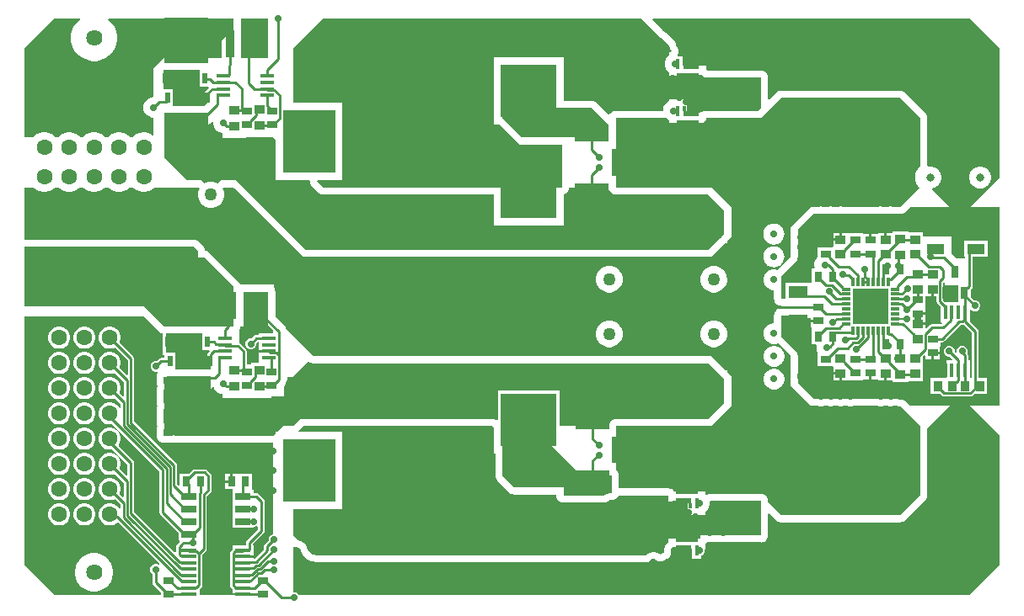
<source format=gtl>
G04*
G04 #@! TF.GenerationSoftware,Altium Limited,Altium Designer,22.9.1 (49)*
G04*
G04 Layer_Physical_Order=1*
G04 Layer_Color=255*
%FSLAX25Y25*%
%MOIN*%
G70*
G04*
G04 #@! TF.SameCoordinates,31D07EA8-2EF4-44A7-A807-3D2BB65C9B75*
G04*
G04*
G04 #@! TF.FilePolarity,Positive*
G04*
G01*
G75*
%ADD10C,0.00787*%
%ADD21R,0.20787X0.25000*%
%ADD22R,0.22008X0.20984*%
%ADD23R,0.03071X0.03858*%
%ADD24R,0.01339X0.01968*%
%ADD25R,0.01339X0.03937*%
%ADD26R,0.01339X0.03150*%
%ADD27R,0.09016X0.06732*%
%ADD28R,0.06457X0.01968*%
%ADD29R,0.07165X0.04016*%
%ADD30R,0.05610X0.01772*%
%ADD31R,0.03937X0.03740*%
%ADD32R,0.03858X0.03071*%
%ADD33R,0.03622X0.11102*%
%ADD34R,0.01772X0.05807*%
%ADD35R,0.03937X0.03347*%
%ADD36R,0.02559X0.04921*%
%ADD37R,0.13976X0.13976*%
%ADD38R,0.01181X0.03347*%
%ADD39R,0.03347X0.01181*%
%ADD40R,0.07717X0.05039*%
%ADD41R,0.03347X0.03937*%
%ADD42R,0.05906X0.01713*%
%ADD43R,0.09843X0.10080*%
%ADD44R,0.21299X0.03189*%
%ADD45R,0.13386X0.06496*%
%ADD46R,0.06004X0.02559*%
%ADD56R,0.01968X0.04331*%
%ADD80C,0.03150*%
%ADD82R,0.12598X0.04331*%
%ADD83R,0.17362X0.17913*%
%ADD84C,0.01000*%
%ADD85C,0.06319*%
%ADD86C,0.06398*%
%ADD87C,0.05020*%
%ADD88R,0.05020X0.05020*%
%ADD89C,0.02756*%
%ADD90C,0.23622*%
G36*
X100394Y216535D02*
X89784D01*
Y230630D01*
X89567D01*
Y232283D01*
X100394D01*
Y216535D01*
D02*
G37*
G36*
X86614Y225718D02*
X86198Y225440D01*
X86067Y225495D01*
X85216Y225607D01*
X84367Y225495D01*
X83574Y225167D01*
X82894Y224645D01*
X82372Y223965D01*
X82044Y223173D01*
X81932Y222323D01*
Y216483D01*
X59003D01*
X56073Y213554D01*
X56043D01*
Y213524D01*
X55118Y212598D01*
Y201483D01*
X55068Y201444D01*
X55068Y201444D01*
X54608Y200984D01*
X54574D01*
X53522Y200703D01*
X52580Y200158D01*
X51810Y199389D01*
X51266Y198446D01*
X50984Y197395D01*
Y196306D01*
X51266Y195255D01*
X51810Y194312D01*
X52580Y193543D01*
X53522Y192998D01*
X54574Y192717D01*
X55118D01*
Y186286D01*
X54618Y186019D01*
X53983Y186443D01*
X52907Y186889D01*
X51764Y187116D01*
X50599D01*
X49456Y186889D01*
X48379Y186443D01*
X47410Y185795D01*
X46654Y185039D01*
X45866D01*
X45109Y185795D01*
X44141Y186443D01*
X43064Y186889D01*
X41921Y187116D01*
X40756D01*
X39613Y186889D01*
X38537Y186443D01*
X37568Y185795D01*
X36812Y185039D01*
X36023D01*
X35267Y185795D01*
X34298Y186443D01*
X33222Y186889D01*
X32079Y187116D01*
X30913D01*
X29771Y186889D01*
X28694Y186443D01*
X27725Y185795D01*
X26969Y185039D01*
X26180D01*
X25424Y185795D01*
X24455Y186443D01*
X23379Y186889D01*
X22236Y187116D01*
X21071D01*
X19928Y186889D01*
X18852Y186443D01*
X17883Y185795D01*
X17127Y185039D01*
X16338D01*
X15582Y185795D01*
X14613Y186443D01*
X13536Y186889D01*
X12394Y187116D01*
X11228D01*
X10086Y186889D01*
X9009Y186443D01*
X8040Y185795D01*
X7284Y185039D01*
X3937D01*
Y220472D01*
X15748Y232283D01*
X25796D01*
X25941Y231805D01*
X25661Y231618D01*
X24386Y230343D01*
X23384Y228844D01*
X22694Y227178D01*
X22343Y225409D01*
Y223606D01*
X22694Y221838D01*
X23384Y220172D01*
X24386Y218673D01*
X25661Y217398D01*
X27160Y216396D01*
X28826Y215706D01*
X30595Y215354D01*
X32398D01*
X34166Y215706D01*
X35832Y216396D01*
X37331Y217398D01*
X38606Y218673D01*
X39608Y220172D01*
X40298Y221838D01*
X40650Y223606D01*
Y225409D01*
X40298Y227178D01*
X39608Y228844D01*
X38606Y230343D01*
X37331Y231618D01*
X37051Y231805D01*
X37196Y232283D01*
X86614D01*
Y225718D01*
D02*
G37*
G36*
X73248Y211979D02*
Y205286D01*
X76707D01*
X76884Y204786D01*
X75737Y203639D01*
X75453Y203213D01*
X75424Y203067D01*
X74456Y202100D01*
X70866D01*
X70364Y202000D01*
X69938Y201716D01*
X69653Y201290D01*
X69554Y200787D01*
X69653Y200285D01*
X69938Y199859D01*
X70364Y199575D01*
X70866Y199475D01*
X75000D01*
X75502Y199575D01*
X75928Y199859D01*
X76520Y200451D01*
X76982Y200259D01*
Y199579D01*
X74844Y197441D01*
X63217D01*
X62717Y197441D01*
Y204134D01*
X59055D01*
Y211979D01*
X72748D01*
X73248Y211979D01*
D02*
G37*
G36*
X253716Y226599D02*
X254172Y225808D01*
X254942Y225039D01*
X255733Y224582D01*
X258875Y221440D01*
X259140Y220452D01*
X259684Y219509D01*
X259796Y219398D01*
X259729Y218898D01*
X258976D01*
Y217585D01*
X258858Y217517D01*
X258088Y216747D01*
X257544Y215805D01*
X257263Y214753D01*
Y213665D01*
X257544Y212613D01*
X258088Y211671D01*
X258858Y210901D01*
X258976Y210833D01*
Y209449D01*
X271437D01*
Y208839D01*
X295276D01*
X295276Y196844D01*
X294124Y195693D01*
X273504D01*
X272784Y195598D01*
X272114Y195321D01*
X271825Y195098D01*
X271437D01*
Y194747D01*
X271420Y194724D01*
X265827D01*
Y200197D01*
X258976D01*
Y199488D01*
X258092Y198977D01*
X257322Y198207D01*
X256778Y197265D01*
X256496Y196213D01*
Y195693D01*
X237814D01*
X237507Y195653D01*
X237199Y195624D01*
X237148Y195605D01*
X237095Y195598D01*
X236809Y195480D01*
X236518Y195372D01*
X236474Y195341D01*
X236424Y195321D01*
X236179Y195132D01*
X235926Y194953D01*
X235892Y194912D01*
X235849Y194879D01*
X235660Y194633D01*
X235462Y194395D01*
X235455Y194380D01*
X235430Y194343D01*
X235285Y194297D01*
X234854Y194274D01*
X230312Y198816D01*
X229736Y199258D01*
X229066Y199535D01*
X228346Y199630D01*
X217126D01*
Y216713D01*
X189606D01*
Y190217D01*
X191679D01*
X198822Y183074D01*
X199398Y182632D01*
X200068Y182354D01*
X200787Y182260D01*
X216535D01*
Y165354D01*
X122047D01*
X119655Y167747D01*
X119846Y168209D01*
X129606D01*
Y198721D01*
X110236D01*
Y220472D01*
X122047Y232283D01*
X248031D01*
X253716Y226599D01*
D02*
G37*
G36*
X358268Y192913D02*
Y173700D01*
X358008Y173488D01*
X357270Y172588D01*
X356722Y171562D01*
X356384Y170449D01*
X356270Y169291D01*
X356384Y168134D01*
X356722Y167020D01*
X357270Y165994D01*
X358008Y165095D01*
X358008Y165095D01*
X350599Y157686D01*
X350394Y157713D01*
X349315Y157571D01*
X349096Y157480D01*
X347754D01*
X347536Y157571D01*
X346457Y157713D01*
X345377Y157571D01*
X345159Y157480D01*
X343817D01*
X343599Y157571D01*
X342520Y157713D01*
X341441Y157571D01*
X341222Y157480D01*
X328069D01*
X327851Y157571D01*
X326772Y157713D01*
X325693Y157571D01*
X325474Y157480D01*
X324132D01*
X323914Y157571D01*
X322835Y157713D01*
X321756Y157571D01*
X321537Y157480D01*
X320195D01*
X319977Y157571D01*
X318898Y157713D01*
X317818Y157571D01*
X317600Y157480D01*
X314961D01*
X307087Y149606D01*
Y146967D01*
X306996Y146748D01*
X306854Y145669D01*
X306996Y144590D01*
X307087Y144372D01*
Y143030D01*
X306996Y142811D01*
X306854Y141732D01*
X306996Y140653D01*
X307087Y140435D01*
Y137795D01*
X301887Y132596D01*
X301725Y132663D01*
X301202Y132803D01*
X300665Y132874D01*
X300123D01*
X299586Y132803D01*
X299062Y132663D01*
X298561Y132456D01*
X298092Y132185D01*
X297662Y131855D01*
X297279Y131472D01*
X296949Y131042D01*
X296678Y130572D01*
X296471Y130072D01*
X296260Y129284D01*
Y128196D01*
X296542Y127145D01*
X297086Y126202D01*
X297855Y125432D01*
X298798Y124888D01*
X299850Y124606D01*
X300370D01*
Y121201D01*
X300465Y120481D01*
X300742Y119811D01*
X301184Y119235D01*
X301187Y119232D01*
X301763Y118790D01*
X302433Y118512D01*
X303150Y118418D01*
Y117409D01*
X302430Y117314D01*
X301760Y117037D01*
X301184Y116595D01*
X300742Y116019D01*
X300465Y115349D01*
X300370Y114629D01*
Y111614D01*
X299850D01*
X298798Y111332D01*
X297855Y110788D01*
X297086Y110019D01*
X296542Y109076D01*
X296262Y108031D01*
X296260Y108025D01*
Y106936D01*
X296542Y105885D01*
X297086Y104942D01*
X297855Y104172D01*
X298798Y103628D01*
X299850Y103347D01*
X300938D01*
X301877Y103598D01*
X301906Y103606D01*
X302035Y103477D01*
X302035Y103477D01*
X303150Y102362D01*
Y102362D01*
X307087Y98425D01*
Y91830D01*
X306890Y91095D01*
Y90007D01*
X307087Y89272D01*
Y86614D01*
X314961Y78740D01*
X317619D01*
X318353Y78543D01*
X319442D01*
X320177Y78740D01*
X321556D01*
X322290Y78543D01*
X323379D01*
X324113Y78740D01*
X325493D01*
X326227Y78543D01*
X327316D01*
X328050Y78740D01*
X329430D01*
X330164Y78543D01*
X331253D01*
X331988Y78740D01*
X341241D01*
X341975Y78543D01*
X343064D01*
X343798Y78740D01*
X345178D01*
X345913Y78543D01*
X347001D01*
X347736Y78740D01*
X349115D01*
X349850Y78543D01*
X350590D01*
X358268Y70866D01*
Y43307D01*
X350394Y35433D01*
X303150D01*
X298055Y40527D01*
Y41158D01*
X297961Y41877D01*
X297683Y42548D01*
X297241Y43123D01*
X296665Y43565D01*
X295995Y43843D01*
X295276Y43938D01*
X275289D01*
X275108Y43914D01*
X274926Y43914D01*
X274750Y43867D01*
X274569Y43843D01*
X274401Y43773D01*
X274225Y43726D01*
X274067Y43635D01*
X273899Y43565D01*
X273754Y43454D01*
X273753Y43454D01*
X273313Y43703D01*
X273286Y43735D01*
Y44918D01*
X260997D01*
X260724Y45273D01*
X260149Y45714D01*
X259478Y45992D01*
X258759Y46087D01*
X239000D01*
Y51181D01*
X238905Y51901D01*
X238628Y52571D01*
X238186Y53147D01*
X237992Y53295D01*
Y56102D01*
X236221D01*
Y66535D01*
X237992D01*
Y70866D01*
X275590D01*
X283465Y78740D01*
Y90551D01*
X281840Y92175D01*
Y92864D01*
X281152D01*
X275591Y98425D01*
X118110Y98425D01*
X107797Y108738D01*
X107767Y108972D01*
X107439Y109764D01*
X106917Y110444D01*
X106917Y110444D01*
X103173Y114187D01*
Y124016D01*
X103079Y124735D01*
X102801Y125406D01*
X102618Y125644D01*
Y126713D01*
X101023D01*
X100394Y126795D01*
X90492D01*
X89863Y126713D01*
X89296D01*
X89021Y127374D01*
X88580Y127950D01*
X77113Y139416D01*
X76538Y139858D01*
X75867Y140136D01*
X75256Y140216D01*
X75175Y140828D01*
X74897Y141498D01*
X74456Y142074D01*
X72832Y143698D01*
X72256Y144140D01*
X71586Y144417D01*
X70866Y144512D01*
X3937D01*
Y165354D01*
X7481D01*
X8040Y164795D01*
X9009Y164148D01*
X10086Y163702D01*
X11228Y163474D01*
X12394D01*
X13536Y163702D01*
X14613Y164148D01*
X15582Y164795D01*
X16141Y165354D01*
X17323D01*
X17883Y164795D01*
X18852Y164148D01*
X19928Y163702D01*
X21071Y163474D01*
X22236D01*
X23379Y163702D01*
X24455Y164148D01*
X25424Y164795D01*
X25984Y165354D01*
X27166D01*
X27725Y164795D01*
X28694Y164148D01*
X29771Y163702D01*
X30913Y163474D01*
X32079D01*
X33222Y163702D01*
X34298Y164148D01*
X35267Y164795D01*
X35826Y165354D01*
X37008D01*
X37568Y164795D01*
X38537Y164148D01*
X39613Y163702D01*
X40756Y163474D01*
X41921D01*
X43064Y163702D01*
X44141Y164148D01*
X45109Y164795D01*
X45669Y165354D01*
X46851D01*
X47410Y164795D01*
X48379Y164148D01*
X49456Y163702D01*
X50599Y163474D01*
X51764D01*
X52907Y163702D01*
X53983Y164148D01*
X54952Y164795D01*
X55511Y165354D01*
X72880D01*
X73130Y164921D01*
X72849Y164434D01*
X72490Y163095D01*
Y161708D01*
X72849Y160369D01*
X73542Y159168D01*
X74523Y158188D01*
X75723Y157495D01*
X77063Y157136D01*
X78449D01*
X79788Y157495D01*
X80989Y158188D01*
X81970Y159168D01*
X82663Y160369D01*
X83022Y161708D01*
Y163095D01*
X82663Y164434D01*
X82381Y164921D01*
X82631Y165354D01*
X86614D01*
X114173Y137795D01*
X275538D01*
X281099Y143356D01*
X281840D01*
Y144098D01*
X283465Y145722D01*
Y157480D01*
X275590Y165354D01*
X237795D01*
Y169980D01*
X236221D01*
Y180413D01*
X237795D01*
Y192421D01*
X237795D01*
X237814Y192913D01*
X257534D01*
X257682Y192721D01*
X258545Y192058D01*
X258976Y191880D01*
Y190748D01*
X273504D01*
Y192913D01*
X295276D01*
X303150Y200787D01*
X350394D01*
X358268Y192913D01*
D02*
G37*
G36*
X235016Y190181D02*
Y185039D01*
X231630D01*
Y186024D01*
X231519Y186874D01*
X231190Y187666D01*
X230669Y188346D01*
X229989Y188868D01*
X229196Y189196D01*
X228346Y189308D01*
X227497Y189196D01*
X226704Y188868D01*
X226024Y188346D01*
X225502Y187666D01*
X225174Y186874D01*
X225062Y186024D01*
Y185039D01*
X200787D01*
X192913Y192913D01*
Y196850D01*
X228346D01*
X235016Y190181D01*
D02*
G37*
G36*
X389764Y220472D02*
Y169291D01*
X377953Y157480D01*
X389764D01*
Y78740D01*
X377953D01*
X389764Y66929D01*
X389764Y15748D01*
X377953Y3937D01*
X112600D01*
X112598Y3943D01*
X111988Y4552D01*
X111193Y4882D01*
X110331D01*
X110236Y4945D01*
Y22959D01*
X110736Y23205D01*
X110980Y23018D01*
X111651Y22740D01*
X111683Y22736D01*
X112365Y22553D01*
X112674Y22375D01*
X112926Y22123D01*
X113104Y21814D01*
X113287Y21132D01*
X113291Y21099D01*
X113569Y20429D01*
X114011Y19853D01*
X115948Y17916D01*
X116524Y17475D01*
X117194Y17197D01*
X117913Y17102D01*
X118289D01*
X118670Y17000D01*
X119389Y16905D01*
X249863D01*
X249863Y16905D01*
X250582Y17000D01*
X251252Y17278D01*
X251828Y17719D01*
X251828Y17720D01*
X251924Y17816D01*
X252233Y17994D01*
X252578Y18086D01*
X252934D01*
X253279Y17994D01*
X253638Y17787D01*
X254122Y17415D01*
X254792Y17138D01*
X255512Y17043D01*
X256231Y17138D01*
X256902Y17415D01*
X257386Y17787D01*
X257806Y18030D01*
X258347Y18253D01*
X258923Y18695D01*
X259365Y19271D01*
X259642Y19941D01*
X259737Y20661D01*
X259669Y21173D01*
Y21635D01*
X259762Y21979D01*
X259892Y22205D01*
X268032D01*
Y18307D01*
X271732D01*
Y19427D01*
X272114Y19585D01*
X272723Y20194D01*
X273052Y20990D01*
Y21852D01*
X273288Y22205D01*
X273307D01*
Y24174D01*
X273735Y24550D01*
X274259Y24409D01*
X275347D01*
X276200Y24638D01*
X278918D01*
X279771Y24409D01*
X280859D01*
X281712Y24638D01*
X295276D01*
X295995Y24733D01*
X296665Y25010D01*
X297241Y25452D01*
X297683Y26028D01*
X297961Y26698D01*
X298055Y27418D01*
Y35943D01*
X298517Y36134D01*
X301184Y33468D01*
X301760Y33026D01*
X302430Y32748D01*
X303150Y32653D01*
X350394D01*
X350394Y32653D01*
X351113Y32748D01*
X351783Y33026D01*
X352359Y33468D01*
X352359Y33468D01*
X360233Y41342D01*
X360675Y41917D01*
X360953Y42588D01*
X361047Y43307D01*
Y69709D01*
X370079Y78740D01*
X354325D01*
X352556Y80509D01*
X351980Y80951D01*
X351310Y81228D01*
X350590Y81323D01*
X350215D01*
X349834Y81425D01*
X349115Y81520D01*
X347736D01*
X347016Y81425D01*
X346635Y81323D01*
X346278D01*
X345897Y81425D01*
X345178Y81520D01*
X343798D01*
X343079Y81425D01*
X342698Y81323D01*
X342341D01*
X341960Y81425D01*
X341241Y81520D01*
X331988D01*
X331268Y81425D01*
X330887Y81323D01*
X330530D01*
X330149Y81425D01*
X329430Y81520D01*
X328050D01*
X327331Y81425D01*
X326950Y81323D01*
X326593D01*
X326212Y81425D01*
X325493Y81520D01*
X324113D01*
X323394Y81425D01*
X323013Y81323D01*
X322656D01*
X322275Y81425D01*
X321556Y81520D01*
X320177D01*
X319457Y81425D01*
X319076Y81323D01*
X318719D01*
X318338Y81425D01*
X317619Y81520D01*
X316112D01*
X309866Y87766D01*
Y89272D01*
X309772Y89992D01*
X309669Y90373D01*
Y90729D01*
X309772Y91111D01*
X309866Y91830D01*
Y98425D01*
X309772Y99145D01*
X309494Y99815D01*
X309052Y100391D01*
X309052Y100391D01*
X303871Y105571D01*
X303296Y106013D01*
X303150Y106074D01*
Y114629D01*
X313228D01*
Y113622D01*
X314984D01*
Y112901D01*
X317913D01*
Y111901D01*
X314984D01*
Y109866D01*
X315289D01*
X315394Y109409D01*
X315394D01*
Y103189D01*
X316897D01*
X317201Y102792D01*
X317126Y102513D01*
Y101424D01*
X317408Y100373D01*
X317756Y99770D01*
Y94528D01*
X323435D01*
X323803Y94209D01*
X323803Y94099D01*
Y92036D01*
X326772D01*
Y91536D01*
X327272D01*
Y88862D01*
X329740D01*
Y89016D01*
X335787D01*
Y89197D01*
X338083D01*
Y91732D01*
X339083D01*
Y89197D01*
X341512D01*
X341520Y88862D01*
X343988D01*
Y91536D01*
X344988D01*
Y88862D01*
X347244D01*
Y88287D01*
X353543D01*
Y88681D01*
X359449D01*
Y94390D01*
X359449D01*
Y94587D01*
X359449D01*
Y98439D01*
X359798Y98788D01*
X360260Y98597D01*
Y97268D01*
X362689D01*
Y99803D01*
X363189D01*
Y100303D01*
X366118D01*
Y102173D01*
X366299Y102598D01*
X366299D01*
X366299Y102599D01*
Y104002D01*
X366935D01*
X367437Y104102D01*
X367863Y104387D01*
X374256Y110780D01*
X374802D01*
X375304Y110880D01*
X375393Y110939D01*
X378609Y107724D01*
Y89764D01*
X377953D01*
Y96848D01*
X377199D01*
Y98836D01*
X377098Y99338D01*
X376858Y99697D01*
X376969Y99963D01*
Y100824D01*
X376639Y101620D01*
X376030Y102229D01*
X375234Y102559D01*
X374372D01*
X373577Y102229D01*
X372968Y101620D01*
X372638Y100824D01*
Y100004D01*
X372528Y99912D01*
X372185Y99750D01*
X371850Y100085D01*
Y100824D01*
X371521Y101620D01*
X370912Y102229D01*
X370116Y102559D01*
X369254D01*
X368459Y102229D01*
X367849Y101620D01*
X367520Y100824D01*
Y99963D01*
X367849Y99167D01*
X368459Y98558D01*
X369254Y98228D01*
X369994D01*
X370912Y97310D01*
X370721Y96848D01*
X368701D01*
Y89783D01*
X368209Y89764D01*
X368012D01*
Y89764D01*
X367709Y89764D01*
X362303D01*
Y83465D01*
X366156D01*
X366804Y82816D01*
X367230Y82531D01*
X367732Y82432D01*
X378031D01*
X378533Y82531D01*
X378959Y82816D01*
X379608Y83465D01*
X384744D01*
Y89764D01*
X381234D01*
Y108268D01*
X381134Y108770D01*
X380849Y109196D01*
X377953Y112093D01*
Y116703D01*
X378453Y116910D01*
X378695Y116668D01*
X379490Y116339D01*
X380352D01*
X381148Y116668D01*
X381757Y117277D01*
X382087Y118073D01*
Y118935D01*
X381757Y119730D01*
X381148Y120340D01*
X380352Y120669D01*
X379490D01*
X379437Y120647D01*
X378248Y121837D01*
Y124883D01*
X378605Y125240D01*
X378890Y125666D01*
X378990Y126169D01*
Y137756D01*
X385079D01*
Y144134D01*
X375551D01*
Y137756D01*
X375940D01*
X376015Y137606D01*
X375708Y137106D01*
X372656D01*
X370512Y139251D01*
Y145709D01*
X364060D01*
X363846Y145737D01*
X363633Y145709D01*
X359449D01*
Y147539D01*
X353543D01*
Y147933D01*
X347244D01*
Y147358D01*
X344988D01*
Y144685D01*
X343988D01*
Y147358D01*
X341520D01*
X341512Y147024D01*
X339083D01*
Y144488D01*
X338083D01*
Y147024D01*
X335787D01*
Y147205D01*
X329740D01*
Y147358D01*
X327272D01*
Y144685D01*
X326772D01*
Y144185D01*
X323803D01*
Y142121D01*
X323803Y142012D01*
X323435Y141693D01*
X317756D01*
Y137775D01*
X317164Y137184D01*
X316620Y136241D01*
X316339Y135190D01*
Y134101D01*
X316491Y133531D01*
X316108Y133031D01*
X315394D01*
Y127771D01*
X315079Y127402D01*
X305000D01*
Y121197D01*
X303153D01*
X303150Y121201D01*
Y130136D01*
X303277Y130189D01*
X303422Y130299D01*
X303579Y130391D01*
X303708Y130519D01*
X303853Y130630D01*
X309052Y135830D01*
X309494Y136405D01*
X309772Y137076D01*
X309866Y137795D01*
Y140435D01*
X309842Y140615D01*
Y140798D01*
X309795Y140974D01*
X309772Y141154D01*
X309716Y141288D01*
X309658Y141732D01*
X309716Y142177D01*
X309772Y142310D01*
X309795Y142491D01*
X309842Y142667D01*
Y142849D01*
X309866Y143030D01*
Y144372D01*
X309842Y144552D01*
Y144735D01*
X309795Y144911D01*
X309772Y145091D01*
X309716Y145225D01*
X309658Y145669D01*
X309716Y146114D01*
X309772Y146247D01*
X309795Y146428D01*
X309842Y146604D01*
Y146786D01*
X309866Y146967D01*
Y148455D01*
X316112Y154701D01*
X317600D01*
X317781Y154724D01*
X317963D01*
X318139Y154772D01*
X318320Y154795D01*
X318453Y154851D01*
X318898Y154909D01*
X319342Y154851D01*
X319476Y154795D01*
X319656Y154772D01*
X319832Y154724D01*
X320015D01*
X320195Y154701D01*
X321537D01*
X321718Y154724D01*
X321900D01*
X322076Y154772D01*
X322256Y154795D01*
X322390Y154851D01*
X322835Y154909D01*
X323279Y154851D01*
X323413Y154795D01*
X323593Y154772D01*
X323769Y154724D01*
X323952D01*
X324132Y154701D01*
X325474D01*
X325655Y154724D01*
X325837D01*
X326013Y154772D01*
X326193Y154795D01*
X326327Y154851D01*
X326772Y154909D01*
X327216Y154851D01*
X327350Y154795D01*
X327530Y154772D01*
X327706Y154724D01*
X327889D01*
X328069Y154701D01*
X341222D01*
X341403Y154724D01*
X341585D01*
X341761Y154772D01*
X341942Y154795D01*
X342075Y154851D01*
X342520Y154909D01*
X342964Y154851D01*
X343098Y154795D01*
X343278Y154772D01*
X343455Y154724D01*
X343637Y154724D01*
X343817Y154701D01*
X345159D01*
X345340Y154724D01*
X345522D01*
X345698Y154772D01*
X345879Y154795D01*
X346012Y154851D01*
X346457Y154909D01*
X346901Y154851D01*
X347035Y154795D01*
X347215Y154772D01*
X347391Y154724D01*
X347574D01*
X347754Y154701D01*
X349096D01*
X349277Y154724D01*
X349459D01*
X349635Y154772D01*
X349816Y154795D01*
X349949Y154851D01*
X350485Y154921D01*
X350599Y154906D01*
X350780Y154930D01*
X350962D01*
X351138Y154977D01*
X351319Y155001D01*
X351487Y155071D01*
X351663Y155118D01*
X351821Y155209D01*
X351989Y155279D01*
X352134Y155389D01*
X352291Y155481D01*
X352420Y155609D01*
X352565Y155720D01*
X354325Y157480D01*
X370079D01*
X363044Y164515D01*
X363194Y165073D01*
X363877Y165255D01*
X364864Y165826D01*
X365670Y166632D01*
X366241Y167620D01*
X366536Y168721D01*
Y169861D01*
X366241Y170963D01*
X365670Y171951D01*
X364864Y172757D01*
X363877Y173327D01*
X362775Y173622D01*
X361634D01*
X361538Y173597D01*
X361473Y173610D01*
X361047Y173983D01*
Y192913D01*
X360953Y193633D01*
X360675Y194303D01*
X360233Y194879D01*
X352359Y202753D01*
X351783Y203195D01*
X351113Y203472D01*
X350394Y203567D01*
X303150D01*
X302430Y203472D01*
X301760Y203195D01*
X301184Y202753D01*
X298555Y200124D01*
X298233Y200209D01*
X298055Y200346D01*
X298055Y208839D01*
X297961Y209558D01*
X297683Y210228D01*
X297241Y210804D01*
X296666Y211246D01*
X295995Y211524D01*
X295276Y211618D01*
X274149D01*
X273798Y211969D01*
X273504Y212139D01*
Y213425D01*
X264252D01*
Y217323D01*
X262601D01*
X262447Y217460D01*
X262291Y217823D01*
X262296Y217831D01*
X262344Y218008D01*
X262414Y218178D01*
X262438Y218357D01*
X262485Y218532D01*
X262551Y219032D01*
X262551Y219215D01*
X262575Y219398D01*
X262552Y219577D01*
X262552Y219757D01*
X262505Y219935D01*
X262480Y220117D01*
X262411Y220284D01*
X262365Y220459D01*
X262273Y220618D01*
X262203Y220788D01*
X262093Y220931D01*
X262003Y221087D01*
X261955Y221135D01*
X261730Y221525D01*
X261560Y222159D01*
X261282Y222830D01*
X260841Y223405D01*
X260841Y223405D01*
X257699Y226547D01*
X257123Y226989D01*
X256649Y227263D01*
X256397Y227515D01*
X256123Y227989D01*
X255681Y228565D01*
X252425Y231821D01*
X252616Y232283D01*
X377953D01*
X389764Y220472D01*
D02*
G37*
G36*
X62716Y194661D02*
X63216Y194661D01*
X63217Y194661D01*
X63217Y194661D01*
X70281D01*
X70615Y194161D01*
X70528Y193952D01*
X65788Y189212D01*
X65266Y188532D01*
X64938Y187740D01*
X64826Y186890D01*
X64938Y186040D01*
X65266Y185248D01*
X65788Y184568D01*
X66468Y184046D01*
X67260Y183718D01*
X68110Y183606D01*
X68960Y183718D01*
X69752Y184046D01*
X70432Y184568D01*
X75575Y189710D01*
X75811Y189741D01*
X76603Y190069D01*
X77283Y190591D01*
X78043Y191352D01*
X78543Y191145D01*
Y190401D01*
X78825Y189349D01*
X79369Y188407D01*
X80139Y187637D01*
X81082Y187093D01*
X82133Y186811D01*
X82224D01*
Y185020D01*
X91673D01*
Y185039D01*
X102362D01*
X103307Y184095D01*
Y168209D01*
X116440D01*
X116603Y168109D01*
X116875Y167747D01*
X116899Y167566D01*
Y167384D01*
X116946Y167208D01*
X116970Y167027D01*
X117040Y166859D01*
X117087Y166683D01*
X117178Y166525D01*
X117248Y166357D01*
X117359Y166212D01*
X117450Y166055D01*
X117578Y165926D01*
X117689Y165781D01*
X120082Y163389D01*
X120657Y162947D01*
X121328Y162669D01*
X122047Y162575D01*
X189606D01*
Y150236D01*
X217126D01*
Y162652D01*
X217255Y162669D01*
X217925Y162947D01*
X218501Y163389D01*
X218943Y163964D01*
X219220Y164635D01*
X219315Y165354D01*
X225062D01*
Y164370D01*
X225174Y163520D01*
X225502Y162728D01*
X226024Y162048D01*
X226705Y161526D01*
X227497Y161198D01*
X228346Y161086D01*
X229196Y161198D01*
X229989Y161526D01*
X230669Y162048D01*
X231190Y162728D01*
X231519Y163520D01*
X231630Y164370D01*
Y165354D01*
X235016D01*
X235110Y164635D01*
X235388Y163964D01*
X235830Y163389D01*
X236405Y162947D01*
X237076Y162669D01*
X237795Y162575D01*
X274439D01*
X280685Y156329D01*
Y146873D01*
X279875Y146063D01*
X279553Y145644D01*
X279134Y145322D01*
X279134Y145322D01*
X274387Y140575D01*
X115325D01*
X88580Y167320D01*
X88004Y167762D01*
X87334Y168039D01*
X86614Y168134D01*
X82631D01*
X81912Y168039D01*
X81242Y167762D01*
X80666Y167320D01*
X80391Y166961D01*
X79788Y167308D01*
X78449Y167667D01*
X77063D01*
X75723Y167308D01*
X75121Y166961D01*
X74846Y167320D01*
X74270Y167762D01*
X73600Y168039D01*
X72880Y168134D01*
X68382D01*
X59370Y177146D01*
Y194685D01*
X62536D01*
X62716Y194661D01*
D02*
G37*
G36*
X368012Y127386D02*
Y126673D01*
X373327D01*
Y119982D01*
X367998D01*
X367356Y120624D01*
Y122874D01*
X367372Y122953D01*
Y127047D01*
X367356Y127126D01*
Y127522D01*
X367512Y127638D01*
X368012Y127386D01*
D02*
G37*
G36*
X340158Y123327D02*
X345374D01*
Y123228D01*
Y121260D01*
Y119291D01*
Y117323D01*
Y115354D01*
Y113386D01*
Y112894D01*
X340158D01*
Y111319D01*
X335039D01*
Y112894D01*
X333366D01*
Y118504D01*
X331791D01*
Y118898D01*
Y119291D01*
Y121260D01*
Y121653D01*
X333366D01*
Y124902D01*
X340158D01*
Y123327D01*
D02*
G37*
G36*
X72490Y140108D02*
Y137451D01*
X75148D01*
X86614Y125984D01*
Y110236D01*
X75018D01*
X74952Y110264D01*
X74952Y110264D01*
X74952Y110264D01*
X74580Y110313D01*
X74232Y110358D01*
X73732Y110358D01*
X73732Y110358D01*
X73732Y110358D01*
X59842D01*
X59123Y110264D01*
X59057Y110236D01*
X59055D01*
X51181Y118110D01*
X3937D01*
Y141732D01*
X70866D01*
X72490Y140108D01*
D02*
G37*
G36*
X363689Y122327D02*
X364731D01*
Y120081D01*
X364831Y119578D01*
X365115Y119153D01*
X366142Y118126D01*
Y111813D01*
X366542D01*
X366790Y111313D01*
X366647Y111125D01*
X362958D01*
X362455Y111025D01*
X362029Y110740D01*
X360714Y109425D01*
X360252Y109616D01*
Y110721D01*
X357283D01*
Y111721D01*
X360252D01*
Y113894D01*
X360213D01*
Y114854D01*
X357283D01*
Y115854D01*
X360213D01*
Y117725D01*
X360394Y118150D01*
X360394D01*
X360394Y118150D01*
Y122146D01*
X360433D01*
Y122327D01*
X362689D01*
Y125000D01*
X363689D01*
Y122327D01*
D02*
G37*
G36*
X100394Y110467D02*
X102126Y108734D01*
Y107579D01*
X96711D01*
Y106824D01*
X95669D01*
X95167Y106725D01*
X94741Y106440D01*
X93813Y105512D01*
X93073D01*
X92277Y105182D01*
X91668Y104573D01*
X91339Y103777D01*
Y102916D01*
X91668Y102120D01*
X92277Y101511D01*
X93073Y101181D01*
X93935D01*
X94731Y101511D01*
X95340Y102120D01*
X95669Y102916D01*
Y103656D01*
X96211Y104197D01*
X96711Y104193D01*
Y100886D01*
X99088D01*
X99405Y100499D01*
X99384Y100394D01*
X99405Y100288D01*
X99088Y99902D01*
X96711D01*
Y95768D01*
X96211Y95768D01*
X93701D01*
Y95039D01*
X91864D01*
Y100394D01*
X91764Y100896D01*
X91479Y101322D01*
X89306Y103495D01*
X88880Y103780D01*
X88841Y103788D01*
Y108611D01*
X89021Y108846D01*
X89299Y109517D01*
X89376Y110098D01*
X90492D01*
Y124016D01*
X100394D01*
Y110467D01*
D02*
G37*
G36*
X74232Y107579D02*
Y100886D01*
X76957D01*
X77148Y100424D01*
X76722Y99997D01*
X76437Y99571D01*
X76337Y99069D01*
Y98666D01*
X75441Y97769D01*
X71850D01*
X71348Y97669D01*
X70922Y97385D01*
X70638Y96959D01*
X70538Y96457D01*
X70638Y95954D01*
X70922Y95529D01*
X71348Y95244D01*
X71850Y95144D01*
X75984D01*
X76487Y95244D01*
X76912Y95529D01*
X77228Y95845D01*
X77690Y95653D01*
Y93138D01*
X77217D01*
X77003Y93110D01*
X64201D01*
X63701Y93110D01*
Y99803D01*
X59842D01*
Y106339D01*
Y107579D01*
X73732D01*
X74232Y107579D01*
D02*
G37*
G36*
X116720Y96018D02*
X117391Y95740D01*
X118110Y95645D01*
X274439Y95645D01*
X279186Y90899D01*
X279576Y90600D01*
X279875Y90210D01*
X280685Y89400D01*
Y79892D01*
X274439Y73646D01*
X237992D01*
X237273Y73551D01*
X236602Y73273D01*
X236027Y72832D01*
X235585Y72256D01*
X235307Y71586D01*
X235212Y70866D01*
X231827D01*
Y72146D01*
X231715Y72996D01*
X231387Y73788D01*
X230865Y74468D01*
X230185Y74990D01*
X229393Y75318D01*
X228543Y75430D01*
X227693Y75318D01*
X226901Y74990D01*
X226221Y74468D01*
X225699Y73788D01*
X225371Y72996D01*
X225259Y72146D01*
Y70866D01*
X215551D01*
Y84823D01*
X191181D01*
Y73278D01*
X190681Y73032D01*
X190366Y73273D01*
X189696Y73551D01*
X188976Y73646D01*
X114173D01*
X113454Y73551D01*
X112783Y73273D01*
X112208Y72832D01*
X110242Y70866D01*
X106299D01*
X103839Y68405D01*
X103307D01*
Y67874D01*
X102362Y66929D01*
X64290D01*
X64071Y67020D01*
X62992Y67162D01*
X61913Y67020D01*
X61695Y66929D01*
X59055D01*
Y69569D01*
X59146Y69787D01*
X59288Y70866D01*
X59146Y71945D01*
X59055Y72164D01*
Y77443D01*
X59146Y77661D01*
X59288Y78740D01*
X59146Y79819D01*
X59055Y80038D01*
Y85317D01*
X59146Y85535D01*
X59288Y86614D01*
X59146Y87693D01*
X59055Y87912D01*
Y90354D01*
X63520D01*
X63701Y90331D01*
X64201Y90330D01*
X64201Y90331D01*
X64201Y90330D01*
X72395D01*
X72587Y89869D01*
X66713Y83995D01*
X66191Y83315D01*
X65863Y82523D01*
X65751Y81673D01*
X65751Y81673D01*
Y81398D01*
X65863Y80548D01*
X66191Y79756D01*
X66713Y79075D01*
X67393Y78554D01*
X68186Y78225D01*
X69035Y78114D01*
X69885Y78225D01*
X70677Y78554D01*
X71358Y79075D01*
X71880Y79756D01*
X71962Y79956D01*
X78231Y86224D01*
X78821Y86107D01*
X79066Y85514D01*
X79729Y84650D01*
X80592Y83987D01*
X81598Y83571D01*
X82284Y83481D01*
Y81791D01*
X91732D01*
Y81791D01*
X92126D01*
Y81791D01*
X101575D01*
Y82520D01*
X106457D01*
Y86458D01*
X106924Y86926D01*
X106924Y86926D01*
X107446Y87606D01*
X107774Y88398D01*
X107886Y89248D01*
Y90354D01*
X110039D01*
X116145Y96460D01*
X116720Y96018D01*
D02*
G37*
G36*
X224410Y51181D02*
X225259D01*
Y50492D01*
X225371Y49642D01*
X225699Y48850D01*
X226221Y48170D01*
X226901Y47648D01*
X227693Y47320D01*
X228543Y47208D01*
X229393Y47320D01*
X230185Y47648D01*
X230865Y48170D01*
X231387Y48850D01*
X231715Y49642D01*
X231827Y50492D01*
Y51181D01*
X236221D01*
Y44291D01*
X235282D01*
X234231Y44010D01*
X233289Y43465D01*
X233130Y43307D01*
X217126D01*
Y46417D01*
X197677D01*
X192913Y51181D01*
Y62992D01*
X212598D01*
X224410Y51181D01*
D02*
G37*
G36*
X189606Y70236D02*
Y59902D01*
X190134D01*
Y51181D01*
X190134Y51181D01*
X190228Y50462D01*
X190506Y49791D01*
X190948Y49216D01*
X190948Y49215D01*
X195712Y44452D01*
X196287Y44010D01*
X196958Y43732D01*
X197677Y43638D01*
X214346D01*
Y43307D01*
X214441Y42588D01*
X214719Y41917D01*
X215160Y41342D01*
X215736Y40900D01*
X216406Y40622D01*
X217126Y40527D01*
X233130D01*
X233850Y40622D01*
X234520Y40900D01*
X234872Y41170D01*
X235304Y41419D01*
X235648Y41512D01*
X236221D01*
X236940Y41606D01*
X237610Y41884D01*
X238186Y42326D01*
X238628Y42902D01*
X238796Y43307D01*
X258759D01*
Y40941D01*
X266436D01*
Y35469D01*
X273286D01*
Y36781D01*
X273404Y36850D01*
X274174Y37619D01*
X274718Y38562D01*
X275000Y39613D01*
Y40702D01*
X274984Y40761D01*
X275289Y41158D01*
X295276D01*
Y27418D01*
X271219D01*
Y26181D01*
X258780D01*
Y24934D01*
X258485Y24765D01*
X257716Y23995D01*
X257172Y23052D01*
X256890Y22001D01*
Y20912D01*
X256957Y20661D01*
X256672Y20584D01*
X255730Y20040D01*
X255512Y19823D01*
X255294Y20040D01*
X254351Y20584D01*
X253300Y20866D01*
X252212D01*
X251160Y20584D01*
X250218Y20040D01*
X249863Y19685D01*
X119389D01*
X118655Y19882D01*
X117913D01*
X115976Y21819D01*
Y21836D01*
X115695Y22887D01*
X115150Y23830D01*
X114381Y24599D01*
X113438Y25144D01*
X112387Y25425D01*
X112370D01*
X110236Y27559D01*
Y37894D01*
X129606D01*
Y68405D01*
X112366D01*
X112174Y68867D01*
X114173Y70866D01*
X188976D01*
X189606Y70236D01*
D02*
G37*
G36*
X57090Y108271D02*
X57241Y108154D01*
X57364Y108031D01*
X57461Y107975D01*
Y107579D01*
X58269D01*
X58336Y107551D01*
X58519Y107527D01*
X58602Y107505D01*
Y100886D01*
X58638D01*
Y99803D01*
X58730Y99342D01*
X58991Y98952D01*
X59370Y98698D01*
Y97769D01*
X58071D01*
X57569Y97669D01*
X57143Y97385D01*
X56411Y96653D01*
X55672D01*
X54876Y96324D01*
X54267Y95715D01*
X53937Y94919D01*
Y94058D01*
X54267Y93262D01*
X54876Y92652D01*
X55672Y92323D01*
X56462D01*
X56622Y92130D01*
X56744Y91869D01*
X56648Y91744D01*
X56370Y91074D01*
X56275Y90354D01*
Y87912D01*
X56299Y87731D01*
Y87549D01*
X56346Y87373D01*
X56370Y87192D01*
X56425Y87059D01*
X56484Y86614D01*
X56425Y86170D01*
X56370Y86036D01*
X56346Y85856D01*
X56299Y85679D01*
Y85497D01*
X56275Y85317D01*
Y80038D01*
X56299Y79857D01*
Y79675D01*
X56346Y79499D01*
X56370Y79318D01*
X56425Y79185D01*
X56484Y78740D01*
X56425Y78296D01*
X56370Y78162D01*
X56346Y77981D01*
X56299Y77806D01*
Y77623D01*
X56275Y77443D01*
Y72164D01*
X56299Y71983D01*
Y71801D01*
X56346Y71625D01*
X56370Y71444D01*
X56425Y71311D01*
X56484Y70866D01*
X56425Y70421D01*
X56370Y70288D01*
X56346Y70107D01*
X56299Y69932D01*
Y69749D01*
X56275Y69569D01*
Y66929D01*
X56370Y66210D01*
X56648Y65539D01*
X57090Y64964D01*
X57665Y64522D01*
X58336Y64244D01*
X59055Y64149D01*
X61695D01*
X61875Y64173D01*
X62057D01*
X62233Y64220D01*
X62414Y64244D01*
X62547Y64299D01*
X62992Y64358D01*
X63437Y64299D01*
X63570Y64244D01*
X63751Y64220D01*
X63927Y64173D01*
X64109D01*
X64290Y64149D01*
X102126D01*
Y27890D01*
X101545Y27650D01*
X100936Y27041D01*
X100606Y26245D01*
Y25505D01*
X99072Y23971D01*
X98787Y23545D01*
X98687Y23043D01*
Y22000D01*
X94988Y18301D01*
X94488Y18341D01*
Y18581D01*
X87813D01*
Y19506D01*
X94488D01*
Y23581D01*
X94420D01*
X94244Y24081D01*
X98566Y28403D01*
X98851Y28828D01*
X98950Y29331D01*
Y40945D01*
X98851Y41447D01*
X98566Y41873D01*
X96578Y43861D01*
X96152Y44146D01*
X95650Y44246D01*
X94585D01*
Y45394D01*
X94425D01*
X94055Y45709D01*
Y51929D01*
X88787D01*
X88622Y51929D01*
X88197Y51748D01*
X88122Y51748D01*
X86327D01*
Y48819D01*
X85827D01*
Y48319D01*
X83291D01*
Y45890D01*
X86209D01*
X86219Y45394D01*
X86219Y45390D01*
Y40472D01*
X86219D01*
Y40394D01*
X86219D01*
Y35473D01*
X86219D01*
Y35394D01*
X86219D01*
Y30472D01*
X94585D01*
Y30768D01*
X94919D01*
X95715Y31097D01*
X95825Y31208D01*
X96325Y31001D01*
Y29874D01*
X91879Y25428D01*
X91594Y25002D01*
X91495Y24500D01*
Y23581D01*
X86221D01*
Y21965D01*
X85572Y21317D01*
X85287Y20891D01*
X85187Y20389D01*
Y7698D01*
X85287Y7196D01*
X85572Y6770D01*
X86221Y6121D01*
Y4506D01*
X88275D01*
X88591Y4006D01*
X88559Y3937D01*
X73228D01*
Y6241D01*
X73877Y6889D01*
X74161Y7315D01*
X74261Y7818D01*
Y10277D01*
X74261Y10277D01*
Y19738D01*
X75731Y21208D01*
X76016Y21634D01*
X76116Y22136D01*
Y42944D01*
X77700Y44528D01*
X77984Y44954D01*
X78084Y45457D01*
Y50875D01*
X77984Y51377D01*
X77700Y51803D01*
X76212Y53290D01*
X75786Y53575D01*
X75284Y53675D01*
X71260D01*
X70758Y53575D01*
X70332Y53290D01*
X68970Y51929D01*
X65394D01*
Y47374D01*
X64932Y47183D01*
X64277Y47837D01*
Y55146D01*
X64177Y55648D01*
X63893Y56074D01*
X47423Y72544D01*
Y97413D01*
X47323Y97916D01*
X47038Y98342D01*
X41602Y103778D01*
X41761Y104053D01*
X42057Y105157D01*
Y106300D01*
X41761Y107404D01*
X41190Y108394D01*
X40382Y109202D01*
X39392Y109773D01*
X38288Y110069D01*
X37145D01*
X36041Y109773D01*
X35051Y109202D01*
X34243Y108394D01*
X33672Y107404D01*
X33376Y106300D01*
Y105157D01*
X33672Y104053D01*
X34243Y103063D01*
X35051Y102255D01*
X36041Y101684D01*
X37145Y101388D01*
X38288D01*
X39392Y101684D01*
X39767Y101900D01*
X44798Y96870D01*
Y91157D01*
X44336Y90965D01*
X41574Y93728D01*
X41761Y94053D01*
X42057Y95157D01*
Y96300D01*
X41761Y97404D01*
X41190Y98393D01*
X40382Y99202D01*
X39392Y99773D01*
X38288Y100069D01*
X37145D01*
X36041Y99773D01*
X35051Y99202D01*
X34243Y98393D01*
X33672Y97404D01*
X33376Y96300D01*
Y95157D01*
X33672Y94053D01*
X34243Y93063D01*
X35051Y92255D01*
X36041Y91684D01*
X37145Y91388D01*
X38288D01*
X39392Y91684D01*
X39717Y91871D01*
X43396Y88192D01*
Y82559D01*
X42934Y82367D01*
X41574Y83728D01*
X41761Y84053D01*
X42057Y85157D01*
Y86300D01*
X41761Y87404D01*
X41190Y88393D01*
X40382Y89202D01*
X39392Y89773D01*
X38288Y90069D01*
X37145D01*
X36041Y89773D01*
X35051Y89202D01*
X34243Y88393D01*
X33672Y87404D01*
X33376Y86300D01*
Y85157D01*
X33672Y84053D01*
X34243Y83063D01*
X35051Y82255D01*
X36041Y81684D01*
X37145Y81388D01*
X38288D01*
X39392Y81684D01*
X39717Y81871D01*
X41995Y79594D01*
Y78000D01*
X41495Y77866D01*
X41190Y78394D01*
X40382Y79202D01*
X39392Y79773D01*
X38288Y80069D01*
X37145D01*
X36041Y79773D01*
X35051Y79202D01*
X34243Y78394D01*
X33672Y77404D01*
X33376Y76300D01*
Y75157D01*
X33672Y74053D01*
X34243Y73063D01*
X35051Y72255D01*
X36041Y71684D01*
X37145Y71388D01*
X38288D01*
X38786Y71521D01*
X57447Y52860D01*
Y36498D01*
X57547Y35996D01*
X57832Y35570D01*
X64864Y28537D01*
Y25473D01*
X65247D01*
X65454Y24972D01*
X65233Y24752D01*
X65184Y24678D01*
X64231Y23725D01*
X63946Y23299D01*
X63846Y22796D01*
Y20947D01*
X63384Y20756D01*
X47277Y36863D01*
Y56201D01*
X47177Y56703D01*
X46893Y57129D01*
X41074Y62947D01*
X41190Y63063D01*
X41761Y64053D01*
X42057Y65157D01*
Y66300D01*
X41761Y67404D01*
X41190Y68393D01*
X40382Y69202D01*
X39392Y69773D01*
X38288Y70069D01*
X37145D01*
X36041Y69773D01*
X35051Y69202D01*
X34243Y68393D01*
X33672Y67404D01*
X33376Y66300D01*
Y65157D01*
X33672Y64053D01*
X34243Y63063D01*
X35051Y62255D01*
X36041Y61684D01*
X37145Y61388D01*
X38288D01*
X38787Y61522D01*
X44652Y55657D01*
Y51302D01*
X44190Y51111D01*
X41574Y53728D01*
X41761Y54053D01*
X42057Y55157D01*
Y56300D01*
X41761Y57404D01*
X41190Y58394D01*
X40382Y59202D01*
X39392Y59773D01*
X38288Y60069D01*
X37145D01*
X36041Y59773D01*
X35051Y59202D01*
X34243Y58394D01*
X33672Y57404D01*
X33376Y56300D01*
Y55157D01*
X33672Y54053D01*
X34243Y53063D01*
X35051Y52255D01*
X36041Y51684D01*
X37145Y51388D01*
X38288D01*
X39392Y51684D01*
X39717Y51871D01*
X43250Y48338D01*
Y42704D01*
X42788Y42513D01*
X41574Y43728D01*
X41761Y44053D01*
X42057Y45157D01*
Y46300D01*
X41761Y47404D01*
X41190Y48393D01*
X40382Y49202D01*
X39392Y49773D01*
X38288Y50069D01*
X37145D01*
X36041Y49773D01*
X35051Y49202D01*
X34243Y48393D01*
X33672Y47404D01*
X33376Y46300D01*
Y45157D01*
X33672Y44053D01*
X34243Y43063D01*
X35051Y42255D01*
X36041Y41684D01*
X37145Y41388D01*
X38288D01*
X39392Y41684D01*
X39717Y41871D01*
X41849Y39740D01*
Y38252D01*
X41349Y38118D01*
X41190Y38394D01*
X40382Y39202D01*
X39392Y39773D01*
X38288Y40069D01*
X37145D01*
X36041Y39773D01*
X35051Y39202D01*
X34243Y38394D01*
X33672Y37404D01*
X33376Y36300D01*
Y35157D01*
X33672Y34053D01*
X34243Y33063D01*
X35051Y32255D01*
X36041Y31684D01*
X37145Y31388D01*
X38288D01*
X39392Y31684D01*
X40382Y32255D01*
X40832Y32705D01*
X57432Y16106D01*
X57161Y15718D01*
X56365Y16047D01*
X55504D01*
X54708Y15718D01*
X54099Y15109D01*
X53769Y14313D01*
Y13451D01*
X54099Y12655D01*
X54593Y12162D01*
Y8858D01*
X54693Y8356D01*
X54977Y7930D01*
X57913Y4994D01*
Y3937D01*
X15748D01*
X3937Y15748D01*
Y114173D01*
X51187D01*
X57090Y108271D01*
D02*
G37*
%LPC*%
G36*
X300394Y151020D02*
X299315Y150878D01*
X298309Y150461D01*
X297445Y149799D01*
X296783Y148935D01*
X296366Y147930D01*
X296224Y146850D01*
X296366Y145771D01*
X296783Y144766D01*
X297445Y143902D01*
X298309Y143239D01*
X299315Y142823D01*
X300394Y142681D01*
X301473Y142823D01*
X302479Y143239D01*
X303342Y143902D01*
X304005Y144766D01*
X304421Y145771D01*
X304563Y146850D01*
X304421Y147930D01*
X304005Y148935D01*
X303342Y149799D01*
X302479Y150461D01*
X301473Y150878D01*
X300394Y151020D01*
D02*
G37*
G36*
Y141965D02*
X299315Y141823D01*
X298309Y141406D01*
X297445Y140744D01*
X296783Y139880D01*
X296366Y138874D01*
X296224Y137795D01*
X296260D01*
Y137524D01*
X296331Y136987D01*
X296471Y136464D01*
X296678Y135963D01*
X296949Y135494D01*
X297279Y135064D01*
X297662Y134681D01*
X298092Y134351D01*
X298561Y134080D01*
X299062Y133872D01*
X299586Y133732D01*
X300123Y133661D01*
X300665D01*
X301202Y133732D01*
X301725Y133872D01*
X302226Y134080D01*
X302671Y134337D01*
X302674Y134334D01*
X303342Y134847D01*
X304005Y135711D01*
X304421Y136716D01*
X304563Y137795D01*
X304421Y138874D01*
X304005Y139880D01*
X303342Y140744D01*
X302479Y141406D01*
X301473Y141823D01*
X300394Y141965D01*
D02*
G37*
G36*
X276920Y134203D02*
X276230D01*
X275545Y134113D01*
X274879Y133934D01*
X274241Y133670D01*
X273643Y133325D01*
X273095Y132905D01*
X272607Y132416D01*
X272187Y131869D01*
X271842Y131271D01*
X271578Y130633D01*
X271399Y129966D01*
X271393Y129921D01*
X271387D01*
X271309Y129630D01*
Y128244D01*
X271668Y126904D01*
X272361Y125704D01*
X273342Y124723D01*
X274542Y124030D01*
X275882Y123671D01*
X277268D01*
X278607Y124030D01*
X279808Y124723D01*
X280788Y125704D01*
X281482Y126904D01*
X281840Y128244D01*
Y129630D01*
X281763Y129921D01*
X281756D01*
X281750Y129966D01*
X281572Y130633D01*
X281308Y131271D01*
X280962Y131869D01*
X280542Y132416D01*
X280054Y132905D01*
X279507Y133325D01*
X278909Y133670D01*
X278271Y133934D01*
X277604Y134113D01*
X276920Y134203D01*
D02*
G37*
G36*
X235929D02*
X234543D01*
X233204Y133844D01*
X232003Y133151D01*
X231023Y132170D01*
X230329Y130970D01*
X229971Y129630D01*
Y128244D01*
X230329Y126904D01*
X231023Y125704D01*
X232003Y124723D01*
X233204Y124030D01*
X234543Y123671D01*
X235929D01*
X237269Y124030D01*
X238470Y124723D01*
X239450Y125704D01*
X240143Y126904D01*
X240502Y128244D01*
Y129630D01*
X240143Y130970D01*
X239450Y132170D01*
X238470Y133151D01*
X237269Y133844D01*
X235929Y134203D01*
D02*
G37*
G36*
X277268Y112549D02*
X275882D01*
X274542Y112190D01*
X273342Y111497D01*
X272361Y110517D01*
X271949Y109803D01*
D01*
X271668Y109316D01*
X271309Y107977D01*
Y106590D01*
X271668Y105251D01*
X272361Y104050D01*
X273342Y103070D01*
X274542Y102377D01*
X275882Y102018D01*
X277268D01*
X278607Y102377D01*
X279808Y103070D01*
X280788Y104050D01*
X281482Y105251D01*
X281840Y106590D01*
Y107977D01*
X281482Y109316D01*
X280788Y110517D01*
X279808Y111497D01*
X278607Y112190D01*
X277268Y112549D01*
D02*
G37*
G36*
X235929D02*
X234543D01*
X233204Y112190D01*
X232003Y111497D01*
X231023Y110517D01*
X230329Y109316D01*
X229971Y107977D01*
Y106590D01*
X230329Y105251D01*
X231023Y104050D01*
X232003Y103070D01*
X233204Y102377D01*
X234543Y102018D01*
X235929D01*
X237269Y102377D01*
X238470Y103070D01*
X239450Y104050D01*
X240143Y105251D01*
X240502Y106590D01*
Y107977D01*
X240143Y109316D01*
X239450Y110517D01*
X238470Y111497D01*
X237269Y112190D01*
X235929Y112549D01*
D02*
G37*
G36*
X300938Y102559D02*
X299850D01*
X298798Y102277D01*
X297855Y101733D01*
X297086Y100963D01*
X296542Y100021D01*
X296260Y98969D01*
Y98425D01*
Y97881D01*
X296542Y96830D01*
X297086Y95887D01*
X297855Y95117D01*
X298798Y94573D01*
X299850Y94291D01*
X300938D01*
X301989Y94573D01*
X302932Y95117D01*
X303702Y95887D01*
X304246Y96830D01*
X304528Y97881D01*
Y98969D01*
X304246Y100021D01*
X303702Y100963D01*
X302932Y101733D01*
X301989Y102277D01*
X300938Y102559D01*
D02*
G37*
G36*
Y93504D02*
X299850D01*
X298798Y93222D01*
X297855Y92678D01*
X297086Y91908D01*
X296542Y90966D01*
X296260Y89914D01*
Y88826D01*
X296542Y87774D01*
X297086Y86832D01*
X297855Y86062D01*
X298798Y85518D01*
X299850Y85236D01*
X300938D01*
X301989Y85518D01*
X302932Y86062D01*
X303702Y86832D01*
X304246Y87774D01*
X304528Y88826D01*
Y89914D01*
X304246Y90966D01*
X303702Y91908D01*
X302932Y92678D01*
X301989Y93222D01*
X300938Y93504D01*
D02*
G37*
G36*
X382460Y173622D02*
X381320D01*
X380218Y173327D01*
X379230Y172757D01*
X378424Y171951D01*
X377854Y170963D01*
X377559Y169861D01*
Y168721D01*
X377854Y167620D01*
X378424Y166632D01*
X379230Y165826D01*
X380218Y165255D01*
X381320Y164960D01*
X382460D01*
X383561Y165255D01*
X384549Y165826D01*
X385355Y166632D01*
X385926Y167620D01*
X386221Y168721D01*
Y169861D01*
X385926Y170963D01*
X385355Y171951D01*
X384549Y172757D01*
X383561Y173327D01*
X382460Y173622D01*
D02*
G37*
G36*
X326272Y147358D02*
X323803D01*
Y145185D01*
X326272D01*
Y147358D01*
D02*
G37*
G36*
X366118Y99303D02*
X363689D01*
Y97268D01*
X366118D01*
Y99303D01*
D02*
G37*
G36*
X326272Y91035D02*
X323803D01*
Y88862D01*
X326272D01*
Y91035D01*
D02*
G37*
G36*
X28288Y110069D02*
X27145D01*
X26041Y109773D01*
X25051Y109202D01*
X24243Y108394D01*
X23672Y107404D01*
X23376Y106300D01*
Y105157D01*
X23672Y104053D01*
X24243Y103063D01*
X25051Y102255D01*
X26041Y101684D01*
X27145Y101388D01*
X28288D01*
X29392Y101684D01*
X30382Y102255D01*
X31190Y103063D01*
X31761Y104053D01*
X32057Y105157D01*
Y106300D01*
X31761Y107404D01*
X31190Y108394D01*
X30382Y109202D01*
X29392Y109773D01*
X28288Y110069D01*
D02*
G37*
G36*
X18288D02*
X17145D01*
X16041Y109773D01*
X15051Y109202D01*
X14243Y108394D01*
X13672Y107404D01*
X13376Y106300D01*
Y105157D01*
X13672Y104053D01*
X14243Y103063D01*
X15051Y102255D01*
X16041Y101684D01*
X17145Y101388D01*
X18288D01*
X19392Y101684D01*
X20382Y102255D01*
X21190Y103063D01*
X21761Y104053D01*
X22057Y105157D01*
Y106300D01*
X21761Y107404D01*
X21190Y108394D01*
X20382Y109202D01*
X19392Y109773D01*
X18288Y110069D01*
D02*
G37*
G36*
X28288Y100069D02*
X27145D01*
X26041Y99773D01*
X25051Y99202D01*
X24243Y98393D01*
X23672Y97404D01*
X23376Y96300D01*
Y95157D01*
X23672Y94053D01*
X24243Y93063D01*
X25051Y92255D01*
X26041Y91684D01*
X27145Y91388D01*
X28288D01*
X29392Y91684D01*
X30382Y92255D01*
X31190Y93063D01*
X31761Y94053D01*
X32057Y95157D01*
Y96300D01*
X31761Y97404D01*
X31190Y98393D01*
X30382Y99202D01*
X29392Y99773D01*
X28288Y100069D01*
D02*
G37*
G36*
X18288D02*
X17145D01*
X16041Y99773D01*
X15051Y99202D01*
X14243Y98393D01*
X13672Y97404D01*
X13376Y96300D01*
Y95157D01*
X13672Y94053D01*
X14243Y93063D01*
X15051Y92255D01*
X16041Y91684D01*
X17145Y91388D01*
X18288D01*
X19392Y91684D01*
X20382Y92255D01*
X21190Y93063D01*
X21761Y94053D01*
X22057Y95157D01*
Y96300D01*
X21761Y97404D01*
X21190Y98393D01*
X20382Y99202D01*
X19392Y99773D01*
X18288Y100069D01*
D02*
G37*
G36*
X28288Y90069D02*
X27145D01*
X26041Y89773D01*
X25051Y89202D01*
X24243Y88393D01*
X23672Y87404D01*
X23376Y86300D01*
Y85157D01*
X23672Y84053D01*
X24243Y83063D01*
X25051Y82255D01*
X26041Y81684D01*
X27145Y81388D01*
X28288D01*
X29392Y81684D01*
X30382Y82255D01*
X31190Y83063D01*
X31761Y84053D01*
X32057Y85157D01*
Y86300D01*
X31761Y87404D01*
X31190Y88393D01*
X30382Y89202D01*
X29392Y89773D01*
X28288Y90069D01*
D02*
G37*
G36*
X18288D02*
X17145D01*
X16041Y89773D01*
X15051Y89202D01*
X14243Y88393D01*
X13672Y87404D01*
X13376Y86300D01*
Y85157D01*
X13672Y84053D01*
X14243Y83063D01*
X15051Y82255D01*
X16041Y81684D01*
X17145Y81388D01*
X18288D01*
X19392Y81684D01*
X20382Y82255D01*
X21190Y83063D01*
X21761Y84053D01*
X22057Y85157D01*
Y86300D01*
X21761Y87404D01*
X21190Y88393D01*
X20382Y89202D01*
X19392Y89773D01*
X18288Y90069D01*
D02*
G37*
G36*
X28288Y80069D02*
X27145D01*
X26041Y79773D01*
X25051Y79202D01*
X24243Y78394D01*
X23672Y77404D01*
X23376Y76300D01*
Y75157D01*
X23672Y74053D01*
X24243Y73063D01*
X25051Y72255D01*
X26041Y71684D01*
X27145Y71388D01*
X28288D01*
X29392Y71684D01*
X30382Y72255D01*
X31190Y73063D01*
X31761Y74053D01*
X32057Y75157D01*
Y76300D01*
X31761Y77404D01*
X31190Y78394D01*
X30382Y79202D01*
X29392Y79773D01*
X28288Y80069D01*
D02*
G37*
G36*
X18288D02*
X17145D01*
X16041Y79773D01*
X15051Y79202D01*
X14243Y78394D01*
X13672Y77404D01*
X13376Y76300D01*
Y75157D01*
X13672Y74053D01*
X14243Y73063D01*
X15051Y72255D01*
X16041Y71684D01*
X17145Y71388D01*
X18288D01*
X19392Y71684D01*
X20382Y72255D01*
X21190Y73063D01*
X21761Y74053D01*
X22057Y75157D01*
Y76300D01*
X21761Y77404D01*
X21190Y78394D01*
X20382Y79202D01*
X19392Y79773D01*
X18288Y80069D01*
D02*
G37*
G36*
X28288Y70069D02*
X27145D01*
X26041Y69773D01*
X25051Y69202D01*
X24243Y68393D01*
X23672Y67404D01*
X23376Y66300D01*
Y65157D01*
X23672Y64053D01*
X24243Y63063D01*
X25051Y62255D01*
X26041Y61684D01*
X27145Y61388D01*
X28288D01*
X29392Y61684D01*
X30382Y62255D01*
X31190Y63063D01*
X31761Y64053D01*
X32057Y65157D01*
Y66300D01*
X31761Y67404D01*
X31190Y68393D01*
X30382Y69202D01*
X29392Y69773D01*
X28288Y70069D01*
D02*
G37*
G36*
X18288D02*
X17145D01*
X16041Y69773D01*
X15051Y69202D01*
X14243Y68393D01*
X13672Y67404D01*
X13376Y66300D01*
Y65157D01*
X13672Y64053D01*
X14243Y63063D01*
X15051Y62255D01*
X16041Y61684D01*
X17145Y61388D01*
X18288D01*
X19392Y61684D01*
X20382Y62255D01*
X21190Y63063D01*
X21761Y64053D01*
X22057Y65157D01*
Y66300D01*
X21761Y67404D01*
X21190Y68393D01*
X20382Y69202D01*
X19392Y69773D01*
X18288Y70069D01*
D02*
G37*
G36*
X28288Y60069D02*
X27145D01*
X26041Y59773D01*
X25051Y59202D01*
X24243Y58394D01*
X23672Y57404D01*
X23376Y56300D01*
Y55157D01*
X23672Y54053D01*
X24243Y53063D01*
X25051Y52255D01*
X26041Y51684D01*
X27145Y51388D01*
X28288D01*
X29392Y51684D01*
X30382Y52255D01*
X31190Y53063D01*
X31761Y54053D01*
X32057Y55157D01*
Y56300D01*
X31761Y57404D01*
X31190Y58394D01*
X30382Y59202D01*
X29392Y59773D01*
X28288Y60069D01*
D02*
G37*
G36*
X18288D02*
X17145D01*
X16041Y59773D01*
X15051Y59202D01*
X14243Y58394D01*
X13672Y57404D01*
X13376Y56300D01*
Y55157D01*
X13672Y54053D01*
X14243Y53063D01*
X15051Y52255D01*
X16041Y51684D01*
X17145Y51388D01*
X18288D01*
X19392Y51684D01*
X20382Y52255D01*
X21190Y53063D01*
X21761Y54053D01*
X22057Y55157D01*
Y56300D01*
X21761Y57404D01*
X21190Y58394D01*
X20382Y59202D01*
X19392Y59773D01*
X18288Y60069D01*
D02*
G37*
G36*
X85327Y51748D02*
X83291D01*
Y49319D01*
X85327D01*
Y51748D01*
D02*
G37*
G36*
X28288Y50069D02*
X27145D01*
X26041Y49773D01*
X25051Y49202D01*
X24243Y48393D01*
X23672Y47404D01*
X23376Y46300D01*
Y45157D01*
X23672Y44053D01*
X24243Y43063D01*
X25051Y42255D01*
X26041Y41684D01*
X27145Y41388D01*
X28288D01*
X29392Y41684D01*
X30382Y42255D01*
X31190Y43063D01*
X31761Y44053D01*
X32057Y45157D01*
Y46300D01*
X31761Y47404D01*
X31190Y48393D01*
X30382Y49202D01*
X29392Y49773D01*
X28288Y50069D01*
D02*
G37*
G36*
X18288D02*
X17145D01*
X16041Y49773D01*
X15051Y49202D01*
X14243Y48393D01*
X13672Y47404D01*
X13376Y46300D01*
Y45157D01*
X13672Y44053D01*
X14243Y43063D01*
X15051Y42255D01*
X16041Y41684D01*
X17145Y41388D01*
X18288D01*
X19392Y41684D01*
X20382Y42255D01*
X21190Y43063D01*
X21761Y44053D01*
X22057Y45157D01*
Y46300D01*
X21761Y47404D01*
X21190Y48393D01*
X20382Y49202D01*
X19392Y49773D01*
X18288Y50069D01*
D02*
G37*
G36*
X28288Y40069D02*
X27145D01*
X26041Y39773D01*
X25051Y39202D01*
X24243Y38394D01*
X23672Y37404D01*
X23376Y36300D01*
Y35157D01*
X23672Y34053D01*
X24243Y33063D01*
X25051Y32255D01*
X26041Y31684D01*
X27145Y31388D01*
X28288D01*
X29392Y31684D01*
X30382Y32255D01*
X31190Y33063D01*
X31761Y34053D01*
X32057Y35157D01*
Y36300D01*
X31761Y37404D01*
X31190Y38394D01*
X30382Y39202D01*
X29392Y39773D01*
X28288Y40069D01*
D02*
G37*
G36*
X18288D02*
X17145D01*
X16041Y39773D01*
X15051Y39202D01*
X14243Y38394D01*
X13672Y37404D01*
X13376Y36300D01*
Y35157D01*
X13672Y34053D01*
X14243Y33063D01*
X15051Y32255D01*
X16041Y31684D01*
X17145Y31388D01*
X18288D01*
X19392Y31684D01*
X20382Y32255D01*
X21190Y33063D01*
X21761Y34053D01*
X22057Y35157D01*
Y36300D01*
X21761Y37404D01*
X21190Y38394D01*
X20382Y39202D01*
X19392Y39773D01*
X18288Y40069D01*
D02*
G37*
G36*
X32243Y20387D02*
X30750D01*
X29285Y20095D01*
X27906Y19524D01*
X26665Y18695D01*
X25609Y17639D01*
X24780Y16398D01*
X24209Y15019D01*
X23917Y13554D01*
Y12061D01*
X24209Y10597D01*
X24780Y9218D01*
X25609Y7977D01*
X26665Y6921D01*
X27906Y6092D01*
X29285Y5520D01*
X30750Y5229D01*
X32243D01*
X33707Y5520D01*
X35086Y6092D01*
X36327Y6921D01*
X37383Y7977D01*
X38212Y9218D01*
X38784Y10597D01*
X39075Y12061D01*
Y13554D01*
X38784Y15019D01*
X38212Y16398D01*
X37383Y17639D01*
X36327Y18695D01*
X35086Y19524D01*
X33707Y20095D01*
X32243Y20387D01*
D02*
G37*
%LPD*%
D10*
X348228Y113189D02*
X348327Y113287D01*
X353051D01*
D21*
X116457Y53150D02*
D03*
Y183465D02*
D03*
D22*
X203366Y33169D02*
D03*
Y73150D02*
D03*
Y163484D02*
D03*
Y203465D02*
D03*
D23*
X68110Y48819D02*
D03*
X73622D02*
D03*
X350197Y132874D02*
D03*
X344685D02*
D03*
X323622Y106299D02*
D03*
X318110D02*
D03*
X323622Y129921D02*
D03*
X318110D02*
D03*
X350197Y103347D02*
D03*
X344685D02*
D03*
X85827Y48819D02*
D03*
X91339D02*
D03*
D24*
X270079Y196457D02*
D03*
X267520D02*
D03*
X264961D02*
D03*
X267323Y20472D02*
D03*
X264764D02*
D03*
X262205D02*
D03*
X270079Y215158D02*
D03*
X267520D02*
D03*
X264961D02*
D03*
X262184Y39209D02*
D03*
X264743D02*
D03*
X267302D02*
D03*
D25*
X262402Y195472D02*
D03*
X269882Y21457D02*
D03*
X262402Y214173D02*
D03*
X269861Y40193D02*
D03*
D26*
X262402Y183661D02*
D03*
X264961D02*
D03*
X267520D02*
D03*
X270079D02*
D03*
X262205Y33268D02*
D03*
X264764D02*
D03*
X267323D02*
D03*
X269882D02*
D03*
X262402Y202362D02*
D03*
X264961D02*
D03*
X267520D02*
D03*
X270079D02*
D03*
X269861Y52004D02*
D03*
X267302D02*
D03*
X264743D02*
D03*
X262184D02*
D03*
D27*
X266240Y188602D02*
D03*
X266043Y28327D02*
D03*
X266240Y207303D02*
D03*
X266022Y47063D02*
D03*
D28*
X267520Y194488D02*
D03*
X264764Y22441D02*
D03*
X267520Y213189D02*
D03*
X264743Y41177D02*
D03*
D29*
X380315Y140945D02*
D03*
Y151969D02*
D03*
X364173D02*
D03*
Y140945D02*
D03*
D30*
X82571Y209429D02*
D03*
Y206870D02*
D03*
Y204311D02*
D03*
Y201752D02*
D03*
X99988D02*
D03*
Y204311D02*
D03*
Y206870D02*
D03*
Y209429D02*
D03*
X100697Y105512D02*
D03*
Y102953D02*
D03*
Y100394D02*
D03*
Y97835D02*
D03*
X83280D02*
D03*
Y100394D02*
D03*
Y102953D02*
D03*
Y105512D02*
D03*
D31*
X86949Y189646D02*
D03*
Y195945D02*
D03*
X97047Y196063D02*
D03*
Y189764D02*
D03*
X350394Y138583D02*
D03*
Y144882D02*
D03*
X350394Y91339D02*
D03*
Y97638D02*
D03*
X87008Y92716D02*
D03*
Y86417D02*
D03*
X96850D02*
D03*
Y92716D02*
D03*
D32*
X91870Y195551D02*
D03*
Y190039D02*
D03*
X101969Y195669D02*
D03*
Y190157D02*
D03*
X363189Y105315D02*
D03*
Y99803D02*
D03*
X332677Y144488D02*
D03*
Y138976D02*
D03*
X338583Y144488D02*
D03*
Y138976D02*
D03*
X317913Y112402D02*
D03*
Y117913D02*
D03*
X320866Y97244D02*
D03*
Y91732D02*
D03*
X338583D02*
D03*
Y97244D02*
D03*
X357283Y115354D02*
D03*
Y120866D02*
D03*
X332677Y91732D02*
D03*
Y97244D02*
D03*
X320866Y138976D02*
D03*
Y144488D02*
D03*
X61024Y4134D02*
D03*
Y9646D02*
D03*
X98425D02*
D03*
Y4134D02*
D03*
X91929Y86811D02*
D03*
Y92323D02*
D03*
X101772Y86811D02*
D03*
Y92323D02*
D03*
D33*
X85216Y222323D02*
D03*
X97342D02*
D03*
X98051Y118405D02*
D03*
X85925D02*
D03*
D34*
X375886Y92764D02*
D03*
X373327D02*
D03*
X370768D02*
D03*
X368209D02*
D03*
Y115898D02*
D03*
X370768D02*
D03*
X373327D02*
D03*
X375886D02*
D03*
D35*
X363189Y130905D02*
D03*
Y125000D02*
D03*
X356299Y138779D02*
D03*
Y144685D02*
D03*
X344488Y138779D02*
D03*
Y144685D02*
D03*
X357283Y130905D02*
D03*
Y125000D02*
D03*
X326772Y91535D02*
D03*
Y97441D02*
D03*
X344488Y91535D02*
D03*
Y97441D02*
D03*
X357283Y105315D02*
D03*
Y111221D02*
D03*
X356299Y97441D02*
D03*
Y91535D02*
D03*
X326772Y144685D02*
D03*
Y138779D02*
D03*
D36*
X372047Y131890D02*
D03*
X375787Y123622D02*
D03*
X368307D02*
D03*
D37*
X338583Y118110D02*
D03*
D38*
X345472Y108465D02*
D03*
X343504D02*
D03*
X341535D02*
D03*
X339567D02*
D03*
X337598D02*
D03*
X335630D02*
D03*
X333661D02*
D03*
X331693D02*
D03*
Y127756D02*
D03*
X333661D02*
D03*
X335630D02*
D03*
X337598D02*
D03*
X339567D02*
D03*
X341535D02*
D03*
X343504D02*
D03*
X345472D02*
D03*
D39*
X328937Y111221D02*
D03*
Y113189D02*
D03*
Y115157D02*
D03*
Y117126D02*
D03*
Y119095D02*
D03*
Y121063D02*
D03*
Y123031D02*
D03*
Y125000D02*
D03*
X348228D02*
D03*
Y123031D02*
D03*
Y121063D02*
D03*
Y119095D02*
D03*
Y117126D02*
D03*
Y115157D02*
D03*
Y113189D02*
D03*
Y111221D02*
D03*
D40*
X310039Y112520D02*
D03*
Y123701D02*
D03*
D41*
X381890Y86614D02*
D03*
X375984D02*
D03*
X365158D02*
D03*
X371063D02*
D03*
D42*
X90354Y21543D02*
D03*
Y19047D02*
D03*
Y16543D02*
D03*
Y14047D02*
D03*
Y11543D02*
D03*
Y9047D02*
D03*
Y6543D02*
D03*
Y4047D02*
D03*
X69095D02*
D03*
Y6543D02*
D03*
Y9047D02*
D03*
Y11543D02*
D03*
Y14047D02*
D03*
Y16543D02*
D03*
Y19047D02*
D03*
Y21543D02*
D03*
D43*
X306102Y213276D02*
D03*
Y192236D02*
D03*
Y23928D02*
D03*
Y44969D02*
D03*
D44*
X284842Y190748D02*
D03*
Y213189D02*
D03*
X284625Y23067D02*
D03*
Y45508D02*
D03*
D45*
X228543Y50098D02*
D03*
Y72539D02*
D03*
X228346Y163976D02*
D03*
Y186417D02*
D03*
D46*
X69047Y42933D02*
D03*
Y37933D02*
D03*
Y32933D02*
D03*
Y27933D02*
D03*
X90402D02*
D03*
Y32933D02*
D03*
Y37933D02*
D03*
Y42933D02*
D03*
D56*
X60551Y200787D02*
D03*
X75413Y208632D02*
D03*
X76398Y104232D02*
D03*
X61535Y96457D02*
D03*
D80*
X362205Y169291D02*
D03*
X381890D02*
D03*
D82*
X70866Y200787D02*
D03*
X65098Y208632D02*
D03*
X66083Y104232D02*
D03*
X71850Y96457D02*
D03*
D83*
X68051Y185728D02*
D03*
X67913Y223691D02*
D03*
X68898Y119291D02*
D03*
X69035Y81398D02*
D03*
D84*
X37716Y95728D02*
X44709Y88736D01*
X37716Y105807D02*
X46110Y97413D01*
Y72000D02*
Y97413D01*
X43307Y70839D02*
Y80138D01*
Y70839D02*
X60161Y53985D01*
X37716Y85728D02*
X43307Y80138D01*
X44709Y71420D02*
X61563Y54565D01*
X46110Y72000D02*
X62964Y55146D01*
X44709Y71420D02*
Y88736D01*
X37716Y64449D02*
X45965Y56201D01*
Y36319D02*
X65384Y16900D01*
X45965Y36319D02*
Y56201D01*
X44563Y35358D02*
Y48882D01*
X37716Y55728D02*
X44563Y48882D01*
Y35358D02*
X65519Y14402D01*
X43161Y34398D02*
X65659Y11900D01*
X37716Y45728D02*
X43161Y40283D01*
Y34398D02*
Y40283D01*
X62964Y47293D02*
X67325Y42933D01*
X60161Y40097D02*
X67325Y32933D01*
X72947Y20279D02*
X74803Y22136D01*
X60161Y40097D02*
Y53985D01*
X58760Y36498D02*
X67325Y27933D01*
X58760Y36498D02*
Y53404D01*
X62964Y47293D02*
Y55146D01*
X37716Y74447D02*
X58760Y53404D01*
X61563Y43695D02*
X67325Y37933D01*
X61563Y43695D02*
Y54565D01*
X104595Y94240D02*
Y108122D01*
Y94240D02*
X104602Y94232D01*
X102165Y86811D02*
X104602Y89248D01*
Y94232D01*
X101083Y100008D02*
X103490D01*
X104403Y99094D01*
X100697Y100394D02*
X101083Y100008D01*
X101772Y86811D02*
X102165D01*
X101378Y86417D02*
X101772Y86811D01*
X72394Y20832D02*
X72949Y20277D01*
X72383Y20832D02*
X72394D01*
X72949Y10277D02*
Y20277D01*
Y10277D02*
X72949Y10277D01*
X72031Y6900D02*
X72949Y7818D01*
X69451Y6900D02*
X72031D01*
X72949Y7818D02*
Y10277D01*
X72028Y21187D02*
X72383Y20832D01*
X92264Y190039D02*
X93299Y191075D01*
X95579Y193748D02*
Y194693D01*
X91870Y190039D02*
X92264D01*
X93299Y191075D02*
Y191469D01*
X95579Y193748D01*
X102770Y203925D02*
X103156Y203539D01*
X103167D02*
X103695Y203011D01*
Y203000D02*
Y203011D01*
X102362Y190157D02*
X104823Y192618D01*
Y201872D01*
X103156Y203539D02*
X103167D01*
X103695Y203000D02*
X104823Y201872D01*
X378031Y83744D02*
X379921Y85634D01*
Y108268D01*
X366142Y85335D02*
X367732Y83744D01*
X364173Y85335D02*
X366142D01*
X367732Y83744D02*
X378031D01*
X333071Y101181D02*
X337598Y105709D01*
X331758Y103791D02*
X333456D01*
X329633Y101665D02*
X331758Y103791D01*
X333456D02*
X335539Y105875D01*
X337598Y105709D02*
Y108465D01*
X329995Y105504D02*
X332817D01*
X333571Y106258D01*
X325681Y101665D02*
X329633D01*
X331693Y107874D02*
Y108465D01*
X331602Y107783D02*
X331693Y107874D01*
X327473Y107783D02*
X331602D01*
X329215Y104724D02*
X329995Y105504D01*
X324658Y107728D02*
X327418D01*
X327473Y107783D01*
X328740Y104724D02*
X329215D01*
X326181Y109547D02*
X327764Y111130D01*
X323787Y111827D02*
X325150Y113189D01*
X318110Y106693D02*
X320965Y109547D01*
X326181D01*
X323686Y111827D02*
X323787D01*
X321063Y115157D02*
X328937D01*
X325150Y113189D02*
X328937D01*
X318307Y117913D02*
X321063Y115157D01*
X326071Y133870D02*
X330116D01*
X333571Y127847D02*
Y130415D01*
X330116Y133870D02*
X333571Y130415D01*
X338583Y138976D02*
X339476Y138083D01*
Y127847D02*
Y138083D01*
X367323Y129610D02*
Y132382D01*
X361516Y133858D02*
X365846D01*
X367323Y132382D01*
X366043Y120081D02*
X368209Y117915D01*
X366043Y127062D02*
Y128331D01*
Y120081D02*
Y122938D01*
X366059Y122953D02*
Y127047D01*
X366043Y128331D02*
X367323Y129610D01*
X366043Y122938D02*
X366059Y122953D01*
X366043Y127062D02*
X366059Y127047D01*
X368209Y115898D02*
Y117915D01*
X370382Y112803D02*
Y115512D01*
X367391Y109812D02*
X370177Y112598D01*
Y112598D02*
X370382Y112803D01*
X370177Y112598D02*
Y112598D01*
X362958Y109812D02*
X367391D01*
X374802Y112092D02*
X375500Y112791D01*
X375886D02*
Y113880D01*
Y112303D02*
Y112791D01*
X366935Y105315D02*
X373713Y112092D01*
X374802D01*
X360358Y101205D02*
Y107224D01*
X360886Y107752D02*
X360897D01*
X356594Y97441D02*
X360358Y101205D01*
X360897Y107752D02*
X362958Y109812D01*
X360358Y107224D02*
X360886Y107752D01*
X356299Y97441D02*
X356594D01*
X351083Y123122D02*
X353150Y125189D01*
X348319Y123122D02*
X351083D01*
X352859Y116921D02*
Y117201D01*
X350965Y119095D02*
X352859Y117201D01*
X352937Y121153D02*
X353051Y121268D01*
X348319Y121153D02*
X352937D01*
X352867Y117101D02*
X353125D01*
X96558Y15559D02*
X102772Y21772D01*
X100000Y23043D02*
X102772Y25814D01*
X93732Y16961D02*
X95504D01*
X100000Y21457D01*
Y23043D01*
X96442Y12402D02*
X97638D01*
X96227Y14157D02*
X97228D01*
X95646Y15559D02*
X96558D01*
X100394Y17323D02*
X102756D01*
X97228Y14157D02*
X100394Y17323D01*
X97638Y12402D02*
X99016Y13780D01*
X102756D01*
X94479Y14404D02*
X95210Y15134D01*
X93957Y11900D02*
X95790Y13732D01*
X95221Y15134D02*
X95646Y15559D01*
X95595Y11555D02*
X96442Y12402D01*
X95790Y13732D02*
X95801D01*
X95210Y15134D02*
X95221D01*
X95801Y13732D02*
X96227Y14157D01*
X93671Y16900D02*
X93732Y16961D01*
X90354Y16543D02*
X90711Y16900D01*
X93671D01*
X93455Y9403D02*
X95595Y11543D01*
X90711Y11900D02*
X93957D01*
X90711Y14404D02*
X94479D01*
X95595Y11543D02*
Y11555D01*
X87298Y6900D02*
X89998D01*
X87298Y21187D02*
X89998D01*
X86500Y20389D02*
X87298Y21187D01*
X86500Y7698D02*
X87298Y6900D01*
X86500Y7698D02*
Y20389D01*
X97638Y29331D02*
Y40945D01*
X92807Y21900D02*
Y24500D01*
X97638Y29331D01*
X76772Y45457D02*
Y50875D01*
X71260Y52362D02*
X75284D01*
X76772Y50875D01*
X70770Y27933D02*
X73402Y30565D01*
Y44069D01*
X74803Y43488D02*
X76772Y45457D01*
X73622Y44289D02*
Y48819D01*
X74803Y22136D02*
Y43488D01*
X73402Y44069D02*
X73622Y44289D01*
X69451Y21187D02*
X72028D01*
X69095Y21543D02*
X69451Y21187D01*
X65159Y22796D02*
X66161Y23799D01*
X65159Y19989D02*
Y22796D01*
X66747Y24409D02*
X70472D01*
X66161Y23824D02*
X66747Y24409D01*
X66161Y23799D02*
Y23824D01*
X65745Y19404D02*
X68738D01*
X65159Y19989D02*
X65745Y19404D01*
X65990Y9403D02*
X68738D01*
X40683Y34711D02*
X63311Y12083D01*
X63854Y11539D02*
X65990Y9403D01*
X63326Y12083D02*
X63854Y11555D01*
Y11539D02*
Y11555D01*
X63311Y12083D02*
X63326D01*
X38734Y34711D02*
X40683D01*
X65659Y11900D02*
X68738D01*
X37716Y64449D02*
Y65728D01*
Y74447D02*
Y75728D01*
X345276Y133661D02*
Y134252D01*
X349699Y133372D02*
Y134257D01*
X344685Y133071D02*
X345276Y133661D01*
X344980Y133957D02*
X345276Y134252D01*
X349699Y133372D02*
Y137888D01*
X68739Y14402D02*
X69095Y14047D01*
X65519Y14402D02*
X68739D01*
X68738Y11900D02*
X69095Y11543D01*
X321090Y126548D02*
X323305D01*
X326730Y123122D01*
X323622Y129921D02*
Y132765D01*
X327764Y125091D02*
Y125420D01*
X324815Y128335D02*
X324849D01*
X323622Y129528D02*
Y129921D01*
Y129528D02*
X324815Y128335D01*
X327764Y125091D02*
X327854Y125000D01*
X324849Y128335D02*
X327764Y125420D01*
X311693Y122047D02*
X320320D01*
X323273Y119095D02*
X328937D01*
X320320Y122047D02*
X323273Y119095D01*
X310039Y123701D02*
X311693Y122047D01*
X370382Y115512D02*
X370768Y115898D01*
X375886Y113880D02*
Y115898D01*
Y112303D02*
X379921Y108268D01*
X363189Y105315D02*
X366935D01*
X69693Y27933D02*
X70770D01*
X69047D02*
X69693D01*
X70472Y27154D01*
Y24409D02*
Y27154D01*
X68738Y19404D02*
X69095Y19047D01*
X68738Y16900D02*
X69095Y16543D01*
X65384Y16900D02*
X68738D01*
X90354Y11543D02*
X90711Y11900D01*
X90402Y42933D02*
X95650D01*
X97638Y40945D01*
X90354Y21543D02*
X92451D01*
X92807Y21900D01*
X68110Y48819D02*
Y49213D01*
X71260Y52362D01*
X67325Y27933D02*
X69047D01*
X68110Y48819D02*
X69047Y47882D01*
Y42933D02*
Y47882D01*
X90402Y42933D02*
Y47882D01*
X91339Y48819D01*
X67325Y42933D02*
X69047D01*
X67325Y37933D02*
X69047D01*
X67325Y32933D02*
X69047D01*
X90571Y49193D02*
X90945Y48819D01*
X69095Y6543D02*
X69451Y6900D01*
X64520Y6543D02*
X69095D01*
X89998Y21187D02*
X90354Y21543D01*
X89998Y6900D02*
X90354Y6543D01*
X60630Y4134D02*
X61024D01*
X55905Y8858D02*
X60630Y4134D01*
X55905Y8858D02*
Y13780D01*
X61417Y9646D02*
X64520Y6543D01*
X61024Y9646D02*
X61417D01*
X98819D02*
X105748Y2716D01*
X98425Y9646D02*
X98819D01*
X105748Y2716D02*
X110762D01*
X98339Y4047D02*
X98425Y4134D01*
X90354Y4047D02*
X98339D01*
X94929Y6543D02*
X98032Y9646D01*
X90354Y6543D02*
X94929D01*
X98032Y9646D02*
X98425D01*
X61024Y4134D02*
X61110Y4047D01*
X69095D01*
X375886Y92764D02*
Y98836D01*
X374803Y99919D02*
X375886Y98836D01*
X374803Y99919D02*
Y100394D01*
X369685D02*
X373327Y96752D01*
Y92764D02*
Y96752D01*
X375886Y86713D02*
Y92764D01*
Y86713D02*
X375984Y86614D01*
X372532Y88083D02*
X373327Y88878D01*
X372236Y88083D02*
X372532D01*
X373327Y88878D02*
Y92764D01*
X371063Y86910D02*
X372236Y88083D01*
X371063Y86614D02*
Y86910D01*
X365057Y86714D02*
X365158Y86614D01*
X333571Y106258D02*
Y108374D01*
X335539Y105875D02*
Y108374D01*
X323622Y103456D02*
Y106693D01*
X324658Y107728D01*
X321260Y97244D02*
X325681Y101665D01*
X321596Y102304D02*
X322471D01*
X323622Y103456D01*
X321260Y101969D02*
X321596Y102304D01*
X320472Y134646D02*
X320737Y134382D01*
X322005D01*
X323622Y132765D01*
X300590Y117913D02*
X318307D01*
X300394Y118110D02*
X300590Y117913D01*
X349699Y133372D02*
X350197Y132874D01*
X349699Y137888D02*
X350394Y138583D01*
X343504Y127756D02*
Y131299D01*
X344685Y132480D01*
Y132874D01*
Y133661D02*
X344980Y133957D01*
X344685Y133071D02*
Y133661D01*
X350197Y132480D02*
Y132874D01*
X348228Y121063D02*
X348319Y121153D01*
X348228Y111221D02*
X351378D01*
X355815Y106783D01*
Y106488D02*
Y106783D01*
Y106488D02*
X356988Y105315D01*
X357283D01*
X353125Y117101D02*
X356890Y120866D01*
X357283D01*
X362205Y137795D02*
X362563Y137437D01*
X372047Y131890D02*
Y133071D01*
X362205Y137795D02*
X362205D01*
X362563Y137437D02*
X367681D01*
X362205Y139437D02*
X363713Y140945D01*
X362205Y137795D02*
X362205Y137795D01*
X367681Y137437D02*
X372047Y133071D01*
X363713Y140945D02*
X365354D01*
X362205Y137795D02*
Y139437D01*
X363846Y142453D02*
X365354Y140945D01*
X37716Y35728D02*
X38734Y34711D01*
X68738Y9403D02*
X69095Y9047D01*
X99988Y204311D02*
X100374Y203925D01*
X102770D01*
X92520Y206693D02*
Y222441D01*
Y206693D02*
X94902Y204311D01*
X99988D01*
X104331Y216158D02*
Y232283D01*
X99988Y211815D02*
X104331Y216158D01*
X98425Y217500D02*
X98446Y217521D01*
X99408D01*
X99988Y209429D02*
Y211815D01*
X375787Y124803D02*
X376567Y125583D01*
X377091D02*
X377677Y126169D01*
X376567Y125583D02*
X377091D01*
X377677Y126169D02*
Y140433D01*
X375787Y122441D02*
Y124803D01*
X74961Y192913D02*
X80266Y198219D01*
X73622Y192913D02*
X74961D01*
X68110Y186890D02*
X73878Y192657D01*
X348228Y119095D02*
X350965D01*
X356988Y111221D02*
X357283D01*
X269861Y39988D02*
X270030Y40157D01*
X269861Y39988D02*
Y40193D01*
X332677Y97244D02*
X338583D01*
X339567Y98228D01*
Y108465D01*
X318110Y129528D02*
X321090Y126548D01*
X322328Y123738D02*
X325003Y121063D01*
X228543Y57087D02*
X230803Y59346D01*
X228543Y50492D02*
Y57087D01*
X230803Y59346D02*
X231233D01*
X322328Y123738D02*
Y124192D01*
X350394Y97638D02*
Y103150D01*
X326730Y123122D02*
X328847D01*
X336441Y129996D02*
Y132661D01*
X336228Y132874D02*
X336441Y132661D01*
X97342Y218583D02*
X97923Y218002D01*
X270030Y40157D02*
X270866D01*
X269861Y39969D02*
Y39988D01*
X228346Y170276D02*
X231299Y173228D01*
X375837Y115947D02*
Y122392D01*
X379724Y118504D01*
X375787Y122441D02*
X375837Y122392D01*
X379724Y118504D02*
X379921D01*
X344193Y97441D02*
X344488D01*
X341535Y100098D02*
Y108465D01*
Y100098D02*
X344193Y97441D01*
X344783D02*
X345957Y96268D01*
X344488Y97441D02*
X344783D01*
X348925Y92709D02*
X350295Y91339D01*
X345957Y95972D02*
X348925Y93004D01*
Y92709D02*
Y93004D01*
X345957Y95972D02*
Y96268D01*
X350394Y91339D02*
X356102D01*
X98425Y217500D02*
Y218504D01*
X90354Y14047D02*
X90711Y14404D01*
Y9403D02*
X93455D01*
X90354Y9047D02*
X90711Y9403D01*
X328847Y111130D02*
X328937Y111221D01*
X327764Y111130D02*
X328847D01*
X318110Y106299D02*
Y106693D01*
X350591Y144685D02*
X356299D01*
X350394Y144882D02*
X350591Y144685D01*
X350394Y144390D02*
Y144882D01*
X98051Y114665D02*
X104595Y108122D01*
X98051Y114665D02*
Y118405D01*
X97342Y218583D02*
Y222323D01*
X96850Y86417D02*
X101378D01*
X101575Y189764D02*
X101969Y190157D01*
X97047Y189764D02*
X101575D01*
X101969Y190157D02*
X102362D01*
X75413Y208632D02*
Y209547D01*
X78563Y206870D02*
X87421D01*
X77285Y208148D02*
X78563Y206870D01*
X75413Y208632D02*
X75898Y208148D01*
X77285D01*
X70866Y200787D02*
X75000D01*
X55118Y196850D02*
X57390Y199122D01*
X60067D01*
X60551Y199606D01*
X80266Y198219D02*
Y201366D01*
X60551Y199606D02*
Y200787D01*
X80266Y201366D02*
X80652Y201752D01*
X83976Y189646D02*
X86949D01*
X82677Y190945D02*
X83976Y189646D01*
X95579Y194693D02*
X96949Y196063D01*
X91476Y195945D02*
X91870Y195551D01*
X86949Y195945D02*
X89902D01*
X91476D01*
X96949Y196063D02*
X97047D01*
X89902Y195945D02*
Y204390D01*
X87421Y206870D02*
X89902Y204390D01*
X82571Y209429D02*
X84490D01*
X84876Y209815D01*
Y213373D01*
X85216Y213714D01*
X100539Y196705D02*
X101575Y195669D01*
X101969D01*
X80652Y201752D02*
X82571D01*
X75000Y200787D02*
X76665Y202453D01*
Y202711D01*
X78266Y204311D01*
X82571D01*
X100539Y196705D02*
Y197098D01*
X99988Y197650D02*
X100539Y197098D01*
X99988Y197650D02*
Y201752D01*
X85216Y213714D02*
Y222323D01*
X356594Y138779D02*
X361516Y133858D01*
X356299Y138779D02*
X356594D01*
X345472Y127756D02*
Y128839D01*
X344193Y138779D02*
X344488D01*
X344783D01*
X341535Y136122D02*
X344193Y138779D01*
X329962Y130570D02*
X331693Y128839D01*
X328240Y139953D02*
Y140445D01*
X327756Y130905D02*
X328092Y130570D01*
X329962D01*
X331693Y127756D02*
Y128839D01*
X327067Y138779D02*
X328240Y139953D01*
X326772Y138779D02*
X327067D01*
X357283Y130905D02*
X363189D01*
X353030Y129732D02*
X356110D01*
X357283Y130905D01*
X345472Y128839D02*
X345563Y128929D01*
X346646D01*
X350197Y132480D01*
X349402Y126104D02*
X353030Y129732D01*
X332677Y138976D02*
X338583D01*
X341535Y127756D02*
Y136122D01*
X339476Y127847D02*
X339567Y127756D01*
X328847Y123122D02*
X328937Y123031D01*
X327854Y125000D02*
X328937D01*
X335630Y127756D02*
X337598D01*
X336441Y129996D02*
X337598Y128839D01*
X333571Y127847D02*
X333661Y127756D01*
X337598D02*
Y128839D01*
X348228Y123031D02*
X348319Y123122D01*
X348228Y125000D02*
X349311D01*
X349402Y125091D02*
Y126104D01*
X349311Y125000D02*
X349402Y125091D01*
X325003Y121063D02*
X328937D01*
X320866Y97244D02*
X321260D01*
X328240Y95776D02*
Y96268D01*
X327067Y97441D02*
X328240Y96268D01*
X326772Y97441D02*
X327067D01*
X310039Y112520D02*
X317795D01*
X317913Y112402D01*
X321260Y138976D02*
X322295Y137941D01*
Y137646D02*
X326071Y133870D01*
X322295Y137646D02*
Y137941D01*
X320866Y138976D02*
X321260D01*
X318110Y129528D02*
Y129921D01*
X357283Y120866D02*
Y125000D01*
X345563Y107291D02*
X346646D01*
X345472Y107382D02*
X345563Y107291D01*
X345472Y107382D02*
Y108465D01*
X343504Y105361D02*
Y108465D01*
X335539Y108374D02*
X335630Y108465D01*
X333571Y108374D02*
X333661Y108465D01*
X346646Y107291D02*
X350197Y103740D01*
Y103347D02*
X350394Y103150D01*
X343504Y105361D02*
X343650Y105216D01*
Y104382D02*
X344685Y103347D01*
X343650Y104382D02*
Y105216D01*
X344685Y102953D02*
Y103347D01*
X356102Y91339D02*
X356299Y91535D01*
X350197Y103347D02*
Y103740D01*
X344783Y138779D02*
X350394Y144390D01*
X328240Y140445D02*
X332283Y144488D01*
X328240Y95776D02*
X332283Y91732D01*
X332677D01*
X77217Y89854D02*
X79224D01*
X80974Y91604D02*
Y97449D01*
X79224Y89854D02*
X80974Y91604D01*
X69035Y81673D02*
X77217Y89854D01*
X82677Y87598D02*
X83858Y86417D01*
X87008D01*
X93504Y103347D02*
X95669Y105512D01*
X100697D01*
X90551Y93307D02*
X91142Y92716D01*
X90551Y93307D02*
Y100394D01*
X88378Y102567D02*
X90551Y100394D01*
X83665Y102567D02*
X88378D01*
X83280Y102953D02*
X83665Y102567D01*
X82894Y103339D02*
X83280Y102953D01*
X87008Y92716D02*
X91142D01*
X91535Y92323D01*
X91929D01*
X83280Y108959D02*
X84614Y110293D01*
X83280Y105512D02*
Y108959D01*
X84614Y117095D02*
X85925Y118405D01*
X84614Y110293D02*
Y117095D01*
X100697Y97835D02*
X101386D01*
X101772Y92323D02*
Y97449D01*
X101386Y97835D02*
X101772Y97449D01*
X91929Y86811D02*
X92323D01*
X93358Y87846D01*
Y88240D02*
X95382Y90264D01*
Y91347D01*
X93358Y87846D02*
Y88240D01*
X95382Y91347D02*
X96752Y92716D01*
X96850D01*
X77650Y99069D02*
X78974Y100394D01*
X75984Y96457D02*
X77650Y98122D01*
X78974Y100394D02*
X83280D01*
X77650Y98122D02*
Y99069D01*
X71850Y96457D02*
X75984D01*
X58071D02*
X61535D01*
X56102Y94488D02*
X58071Y96457D01*
X78882Y104232D02*
X79776Y103339D01*
X76398Y104232D02*
X78882D01*
X79776Y103339D02*
X82894D01*
X69035Y81398D02*
Y81673D01*
X80974Y97449D02*
X81360Y97835D01*
X83280D01*
X231012Y63279D02*
X231384D01*
X228543Y65748D02*
X231012Y63279D01*
X228543Y65748D02*
Y72146D01*
X228346Y164370D02*
Y170276D01*
Y180118D02*
X231299Y177165D01*
X228346Y180118D02*
Y186024D01*
D85*
X51181Y137894D02*
D03*
X41339D02*
D03*
X31496D02*
D03*
X21654D02*
D03*
X11811D02*
D03*
X51181Y126083D02*
D03*
X41339D02*
D03*
X31496D02*
D03*
X21654D02*
D03*
X11811D02*
D03*
X31496Y202854D02*
D03*
X21654D02*
D03*
X11811D02*
D03*
X21654Y191043D02*
D03*
X11811D02*
D03*
X21654Y181201D02*
D03*
X11811D02*
D03*
X21654Y169390D02*
D03*
X11811D02*
D03*
X21654Y159547D02*
D03*
X11811D02*
D03*
X21654Y147736D02*
D03*
X11811D02*
D03*
X51181Y169390D02*
D03*
Y202854D02*
D03*
X41339D02*
D03*
X51181Y191043D02*
D03*
X41339D02*
D03*
X51181Y181201D02*
D03*
X41339D02*
D03*
Y169390D02*
D03*
X51181Y159547D02*
D03*
X41339D02*
D03*
X51181Y147736D02*
D03*
X41339D02*
D03*
X31496D02*
D03*
Y191043D02*
D03*
Y181201D02*
D03*
Y169390D02*
D03*
Y159547D02*
D03*
X37716Y105728D02*
D03*
X17717Y85728D02*
D03*
X27716Y105728D02*
D03*
X17717Y75728D02*
D03*
X27716D02*
D03*
X37716Y95728D02*
D03*
X27716Y85728D02*
D03*
X17717Y95728D02*
D03*
X27716D02*
D03*
X17717Y105728D02*
D03*
Y55728D02*
D03*
X27716Y35728D02*
D03*
X17717D02*
D03*
X27716Y45728D02*
D03*
X17717D02*
D03*
X27716Y55728D02*
D03*
Y65728D02*
D03*
X17717D02*
D03*
X37716Y85728D02*
D03*
Y75728D02*
D03*
Y65728D02*
D03*
Y55728D02*
D03*
Y45728D02*
D03*
Y35728D02*
D03*
D86*
X31496Y12808D02*
D03*
Y224508D02*
D03*
D87*
X276575Y128937D02*
D03*
Y107283D02*
D03*
X235236D02*
D03*
Y128937D02*
D03*
X77756Y162402D02*
D03*
D88*
X276575Y148622D02*
D03*
Y87598D02*
D03*
X235236D02*
D03*
Y148622D02*
D03*
X77756Y142717D02*
D03*
D89*
X342520Y82677D02*
D03*
X333071Y101181D02*
D03*
X328740Y104724D02*
D03*
X323686Y111827D02*
D03*
X372047Y125236D02*
D03*
X353150Y125189D02*
D03*
X353051Y121268D02*
D03*
X352859Y116921D02*
D03*
X94488Y32933D02*
D03*
X102772Y25814D02*
D03*
Y21772D02*
D03*
X274803Y10433D02*
D03*
X303150Y11811D02*
D03*
X212598D02*
D03*
X149606D02*
D03*
X263780Y10433D02*
D03*
X228346Y11811D02*
D03*
X280315Y10433D02*
D03*
X318898Y11811D02*
D03*
X165354D02*
D03*
X181102D02*
D03*
X252756Y10433D02*
D03*
X125984Y11811D02*
D03*
X188976D02*
D03*
X241732Y10433D02*
D03*
X295276Y11811D02*
D03*
X204724D02*
D03*
X326772Y11811D02*
D03*
X141732Y11811D02*
D03*
X196850D02*
D03*
X247244Y10433D02*
D03*
X133858Y11811D02*
D03*
X269291Y10433D02*
D03*
X285827Y10433D02*
D03*
X311024Y11811D02*
D03*
X220472D02*
D03*
X157480D02*
D03*
X258268Y10433D02*
D03*
X173228Y11811D02*
D03*
X102362Y53150D02*
D03*
Y45276D02*
D03*
Y61024D02*
D03*
X330709Y82677D02*
D03*
X346457D02*
D03*
X322835Y153543D02*
D03*
X326772D02*
D03*
X349699Y134257D02*
D03*
X345276Y134252D02*
D03*
X41339Y29528D02*
D03*
X62992Y27559D02*
D03*
X59055Y31496D02*
D03*
X55118Y35433D02*
D03*
Y43307D02*
D03*
Y51181D02*
D03*
X51181Y55118D02*
D03*
X366142Y59055D02*
D03*
Y51181D02*
D03*
X111843Y21291D02*
D03*
X334646Y19685D02*
D03*
X330709Y15748D02*
D03*
X94488Y55118D02*
D03*
X90551Y59055D02*
D03*
X82677D02*
D03*
X74803D02*
D03*
X66929D02*
D03*
X45276Y25591D02*
D03*
X53150Y17717D02*
D03*
X49213Y21654D02*
D03*
X102756Y13780D02*
D03*
X94488Y37933D02*
D03*
X70472Y24409D02*
D03*
X55935Y13882D02*
D03*
X321260Y101969D02*
D03*
X260630Y195669D02*
D03*
X257480Y200803D02*
D03*
X251969Y200787D02*
D03*
X265748Y188976D02*
D03*
X320472Y134646D02*
D03*
X268504Y190551D02*
D03*
X265748Y208661D02*
D03*
Y199213D02*
D03*
X262992Y200787D02*
D03*
X257480Y210236D02*
D03*
X260236Y208661D02*
D03*
X251969Y210236D02*
D03*
X254724Y202362D02*
D03*
X260236D02*
D03*
X257480Y203937D02*
D03*
X300394Y146850D02*
D03*
X343110Y116339D02*
D03*
X343110Y112795D02*
D03*
X343110Y123425D02*
D03*
X333957Y118110D02*
D03*
X343110Y119882D02*
D03*
X340059Y114567D02*
D03*
X333957Y121653D02*
D03*
X333957Y114567D02*
D03*
X340059Y118110D02*
D03*
X337008Y116339D02*
D03*
X337008Y123425D02*
D03*
X340059Y121653D02*
D03*
X337008Y112795D02*
D03*
X337008Y119882D02*
D03*
X353051Y113287D02*
D03*
X362205Y137795D02*
D03*
X104331Y232283D02*
D03*
X244488Y15157D02*
D03*
X241732Y13583D02*
D03*
X238976Y15157D02*
D03*
X236221Y13583D02*
D03*
X235827Y40157D02*
D03*
X97823Y109875D02*
D03*
X95854Y113812D02*
D03*
X93886Y117749D02*
D03*
X97823D02*
D03*
X95854Y121686D02*
D03*
X91917D02*
D03*
Y113812D02*
D03*
X93886Y109875D02*
D03*
X385827Y59055D02*
D03*
Y43307D02*
D03*
X350394Y5906D02*
D03*
X354331Y153543D02*
D03*
X358268Y82677D02*
D03*
X350394Y153543D02*
D03*
X346457D02*
D03*
X354331Y82677D02*
D03*
X350394D02*
D03*
X311024Y90551D02*
D03*
X314961Y86614D02*
D03*
X318898Y82677D02*
D03*
X322835D02*
D03*
X311024Y141732D02*
D03*
Y145669D02*
D03*
X314961Y149606D02*
D03*
X318898Y153543D02*
D03*
X342520D02*
D03*
X326772Y82677D02*
D03*
X357283Y113228D02*
D03*
X300394Y118110D02*
D03*
Y137795D02*
D03*
Y89370D02*
D03*
Y128740D02*
D03*
Y107480D02*
D03*
Y98425D02*
D03*
X356299Y11811D02*
D03*
X379921Y35433D02*
D03*
X47244Y59055D02*
D03*
X68110Y226378D02*
D03*
X73622Y220079D02*
D03*
Y226378D02*
D03*
X70866Y218504D02*
D03*
Y221654D02*
D03*
Y227953D02*
D03*
X68110Y220079D02*
D03*
X65354Y218504D02*
D03*
X73622Y216929D02*
D03*
X68110Y223228D02*
D03*
Y216929D02*
D03*
X65354Y227953D02*
D03*
X62599Y223228D02*
D03*
X65354Y221654D02*
D03*
X70866Y224803D02*
D03*
X65354D02*
D03*
X73622Y223228D02*
D03*
X62599Y216929D02*
D03*
Y220079D02*
D03*
Y226378D02*
D03*
X73622Y189764D02*
D03*
X70866Y181890D02*
D03*
X62598Y186614D02*
D03*
X65354Y181890D02*
D03*
X68110Y189764D02*
D03*
X65354Y188189D02*
D03*
X70866Y191339D02*
D03*
X65354Y185039D02*
D03*
X68110Y192913D02*
D03*
Y186614D02*
D03*
Y183465D02*
D03*
X62598D02*
D03*
X70866Y185039D02*
D03*
Y188189D02*
D03*
X73622Y186614D02*
D03*
Y183465D02*
D03*
X62598Y189764D02*
D03*
X65354Y191339D02*
D03*
X62598Y192913D02*
D03*
X73622D02*
D03*
X71653Y112205D02*
D03*
X74409Y113779D02*
D03*
Y116929D02*
D03*
Y120079D02*
D03*
Y123228D02*
D03*
X63382Y123350D02*
D03*
Y120201D02*
D03*
Y113902D02*
D03*
Y117051D02*
D03*
X66142Y112205D02*
D03*
Y115354D02*
D03*
X71653D02*
D03*
X68898Y113779D02*
D03*
X63386Y87008D02*
D03*
X74409D02*
D03*
X69035Y86713D02*
D03*
X71653Y88583D02*
D03*
Y85433D02*
D03*
X66142Y88583D02*
D03*
Y85433D02*
D03*
X63386Y83858D02*
D03*
Y80709D02*
D03*
Y77559D02*
D03*
X74409D02*
D03*
Y83858D02*
D03*
Y80709D02*
D03*
X68898Y123228D02*
D03*
X71653Y121653D02*
D03*
X66142D02*
D03*
X68898Y120079D02*
D03*
X71653Y118504D02*
D03*
X66142D02*
D03*
X68898Y116929D02*
D03*
Y83858D02*
D03*
X71653Y82284D02*
D03*
X66142D02*
D03*
X68898Y80709D02*
D03*
X71653Y79134D02*
D03*
X66142D02*
D03*
X68898Y77559D02*
D03*
X385827Y51181D02*
D03*
X369685Y100394D02*
D03*
X287795Y220473D02*
D03*
X287795Y217323D02*
D03*
X287795Y214173D02*
D03*
X285039Y222047D02*
D03*
X285039Y218898D02*
D03*
X285039Y215748D02*
D03*
X282283Y214173D02*
D03*
X282283Y223622D02*
D03*
X282283Y220473D02*
D03*
X282283Y217323D02*
D03*
X279528Y215748D02*
D03*
X276772Y214173D02*
D03*
X274016Y215748D02*
D03*
X283071Y39567D02*
D03*
X285827Y37992D02*
D03*
Y34843D02*
D03*
Y31693D02*
D03*
X247244Y34843D02*
D03*
Y31693D02*
D03*
Y28543D02*
D03*
X250000Y26969D02*
D03*
X291339Y16732D02*
D03*
X285750Y23092D02*
D03*
X288583Y21457D02*
D03*
X288583Y18307D02*
D03*
X280315Y23031D02*
D03*
X277559Y21457D02*
D03*
X285827Y19882D02*
D03*
X283071Y21457D02*
D03*
X288583Y15157D02*
D03*
X288583Y12008D02*
D03*
X285827Y13583D02*
D03*
X283071Y12008D02*
D03*
X285827Y16732D02*
D03*
X283071Y18307D02*
D03*
X280315Y19882D02*
D03*
X277559Y18307D02*
D03*
X238976Y12008D02*
D03*
X244488Y12008D02*
D03*
X250000Y12008D02*
D03*
X255512Y12008D02*
D03*
X261024D02*
D03*
X266535Y12008D02*
D03*
X272047Y12008D02*
D03*
X277559Y12008D02*
D03*
X280315Y13583D02*
D03*
X274803Y13583D02*
D03*
X269291Y13583D02*
D03*
X263779Y13583D02*
D03*
X258268D02*
D03*
X252756Y13583D02*
D03*
X247244Y13583D02*
D03*
X110762Y2716D02*
D03*
X283071Y15157D02*
D03*
X280315Y16732D02*
D03*
X277559Y15157D02*
D03*
X274803Y16732D02*
D03*
X272047Y15157D02*
D03*
X269291Y16732D02*
D03*
X250000Y15157D02*
D03*
X255512Y30118D02*
D03*
X266535Y21457D02*
D03*
X274803Y28543D02*
D03*
X272047Y46654D02*
D03*
X277559D02*
D03*
X283071Y56102D02*
D03*
X249213Y179528D02*
D03*
X277559Y39567D02*
D03*
X283071Y36417D02*
D03*
X280315Y37992D02*
D03*
X277559Y36417D02*
D03*
X261024Y18307D02*
D03*
Y21457D02*
D03*
X263779Y19882D02*
D03*
X266535Y18307D02*
D03*
X263779Y16732D02*
D03*
X266535Y15157D02*
D03*
X261024D02*
D03*
X258268Y16732D02*
D03*
X255512Y15157D02*
D03*
X252756Y16732D02*
D03*
X261024Y30118D02*
D03*
X258268Y31693D02*
D03*
X255512Y33268D02*
D03*
X252756Y34843D02*
D03*
X263779Y28543D02*
D03*
X269291D02*
D03*
X266535Y30118D02*
D03*
X263779Y31693D02*
D03*
X261024Y33268D02*
D03*
X258268Y34843D02*
D03*
X255512Y36417D02*
D03*
X272047Y30118D02*
D03*
X269291Y31693D02*
D03*
X266535Y33268D02*
D03*
X263779Y34843D02*
D03*
X261024Y36417D02*
D03*
X272047Y33268D02*
D03*
X269291Y34843D02*
D03*
X266535Y36417D02*
D03*
X263779Y37992D02*
D03*
X258268Y28543D02*
D03*
X252756D02*
D03*
Y31693D02*
D03*
X250000Y33268D02*
D03*
Y30118D02*
D03*
X274803Y34843D02*
D03*
Y31693D02*
D03*
X277559Y30118D02*
D03*
Y33268D02*
D03*
X280315Y28543D02*
D03*
Y31693D02*
D03*
Y34843D02*
D03*
X283071Y30118D02*
D03*
Y33268D02*
D03*
X263779Y51378D02*
D03*
X266535Y49803D02*
D03*
X261024D02*
D03*
X263779Y48228D02*
D03*
X261024Y39961D02*
D03*
X272047Y52953D02*
D03*
X274803Y51378D02*
D03*
X269291D02*
D03*
X272047Y49803D02*
D03*
X274803Y48228D02*
D03*
X269291D02*
D03*
X258268D02*
D03*
X266535Y52953D02*
D03*
X269291Y54527D02*
D03*
X272047Y56102D02*
D03*
X274803Y54527D02*
D03*
X266535Y56102D02*
D03*
X263779Y54527D02*
D03*
X261024Y52953D02*
D03*
X258268Y51378D02*
D03*
Y54527D02*
D03*
X261024Y56102D02*
D03*
X277559Y49803D02*
D03*
Y52953D02*
D03*
X280315Y51378D02*
D03*
Y48228D02*
D03*
X255512Y49803D02*
D03*
X252756Y48228D02*
D03*
X255512Y52953D02*
D03*
X252756Y51378D02*
D03*
Y54527D02*
D03*
X255512Y56102D02*
D03*
X277559D02*
D03*
X280315Y54527D02*
D03*
X283071Y49803D02*
D03*
Y52953D02*
D03*
X250000Y49803D02*
D03*
Y52953D02*
D03*
X274803Y57677D02*
D03*
X272047Y59252D02*
D03*
X269291Y57677D02*
D03*
X266535Y59252D02*
D03*
X263779Y57677D02*
D03*
X261024Y59252D02*
D03*
X258268Y57677D02*
D03*
X255512Y59252D02*
D03*
X252756Y57677D02*
D03*
X250000Y56102D02*
D03*
X277559Y59252D02*
D03*
X280315Y57677D02*
D03*
X269291Y60827D02*
D03*
X263779D02*
D03*
X258268D02*
D03*
X274803D02*
D03*
X266535Y62401D02*
D03*
X272047D02*
D03*
X261024D02*
D03*
X271260Y173228D02*
D03*
X260236D02*
D03*
X265748D02*
D03*
X257480Y174803D02*
D03*
X274016D02*
D03*
X268504D02*
D03*
X262992D02*
D03*
X322328Y124192D02*
D03*
X231233Y59346D02*
D03*
X251969Y177953D02*
D03*
X254724Y176378D02*
D03*
X282283Y179528D02*
D03*
X279527Y177953D02*
D03*
X276772Y176378D02*
D03*
X274016Y177953D02*
D03*
X271260Y176378D02*
D03*
X268504Y177953D02*
D03*
X265748Y176378D02*
D03*
X262992Y177953D02*
D03*
X260236Y176378D02*
D03*
X257480Y177953D02*
D03*
X282283Y182677D02*
D03*
Y185827D02*
D03*
Y188976D02*
D03*
X249213Y182677D02*
D03*
Y185827D02*
D03*
X251969Y181102D02*
D03*
X254724Y179528D02*
D03*
X276772D02*
D03*
X279527Y181102D02*
D03*
Y184252D02*
D03*
X276772Y182677D02*
D03*
X279527Y187402D02*
D03*
X276772Y185827D02*
D03*
X279527Y190551D02*
D03*
X276772Y188976D02*
D03*
X251969Y184252D02*
D03*
X254724Y182677D02*
D03*
Y185827D02*
D03*
X271260Y179528D02*
D03*
X274016Y181102D02*
D03*
Y184252D02*
D03*
X271260Y182677D02*
D03*
X268504Y181102D02*
D03*
X265748Y179528D02*
D03*
X257480Y181102D02*
D03*
X260236Y179528D02*
D03*
X262992Y181102D02*
D03*
X265748Y182677D02*
D03*
X274016Y187402D02*
D03*
Y190551D02*
D03*
X260236Y185827D02*
D03*
X262992Y184252D02*
D03*
X257480D02*
D03*
X260236Y182677D02*
D03*
X271260Y188976D02*
D03*
X268504Y187402D02*
D03*
X271260Y185827D02*
D03*
X265748D02*
D03*
X268504Y184252D02*
D03*
X257480Y228346D02*
D03*
X249213Y202362D02*
D03*
Y205512D02*
D03*
Y208661D02*
D03*
X251969Y203937D02*
D03*
Y207087D02*
D03*
X254724Y205512D02*
D03*
Y208661D02*
D03*
X257480Y207087D02*
D03*
X282283Y205512D02*
D03*
Y202362D02*
D03*
X279527Y203937D02*
D03*
Y207087D02*
D03*
X271260Y208661D02*
D03*
X274016Y207087D02*
D03*
X276772Y205512D02*
D03*
X274016Y197638D02*
D03*
X268504Y200787D02*
D03*
X265748Y202362D02*
D03*
X262992Y203937D02*
D03*
X260236Y205512D02*
D03*
X279527Y197638D02*
D03*
X276772Y199213D02*
D03*
X274016Y200787D02*
D03*
X271260Y202362D02*
D03*
X268504Y203937D02*
D03*
X265748Y205512D02*
D03*
X262992Y207087D02*
D03*
X268504D02*
D03*
X282283Y199213D02*
D03*
X279527Y200787D02*
D03*
X276772Y202362D02*
D03*
X274016Y203937D02*
D03*
X271260Y205512D02*
D03*
X260236Y226772D02*
D03*
X279528Y218898D02*
D03*
X279527Y222047D02*
D03*
X279527Y225197D02*
D03*
X274016Y228346D02*
D03*
X276772Y226772D02*
D03*
X276772Y223622D02*
D03*
X276772Y220472D02*
D03*
X276772Y217323D02*
D03*
X274016Y225197D02*
D03*
X274016Y222047D02*
D03*
X274016Y218898D02*
D03*
X271260Y226772D02*
D03*
X268504Y228346D02*
D03*
X262949Y228336D02*
D03*
X265748Y226772D02*
D03*
X268504Y225197D02*
D03*
X271260Y223622D02*
D03*
X271260Y220472D02*
D03*
X268504Y222047D02*
D03*
X265748Y223622D02*
D03*
X262992Y225197D02*
D03*
X262992Y222047D02*
D03*
X265748Y220472D02*
D03*
X268504Y218898D02*
D03*
X336228Y132874D02*
D03*
X51181Y102362D02*
D03*
X62992Y62992D02*
D03*
X55118Y70866D02*
D03*
Y78740D02*
D03*
Y86614D02*
D03*
X102756Y17323D02*
D03*
X118110Y15748D02*
D03*
X270866Y40157D02*
D03*
X231299Y173228D02*
D03*
X349441Y97638D02*
D03*
X374803Y100394D02*
D03*
X261396Y214209D02*
D03*
X270887Y21421D02*
D03*
X372208Y106692D02*
D03*
X379921Y118504D02*
D03*
X94488Y218504D02*
D03*
X92520Y222441D02*
D03*
Y230315D02*
D03*
X96457D02*
D03*
X98425Y226378D02*
D03*
X94488D02*
D03*
X96457Y222441D02*
D03*
X98425Y218504D02*
D03*
X55118Y196850D02*
D03*
X82677Y190945D02*
D03*
X345473Y102362D02*
D03*
X327756Y130905D02*
D03*
X82677Y87598D02*
D03*
X93504Y103347D02*
D03*
X56102Y94488D02*
D03*
X231384Y63279D02*
D03*
X231299Y177165D02*
D03*
D90*
X196850Y118110D02*
D03*
X374016Y19685D02*
D03*
Y216535D02*
D03*
M02*

</source>
